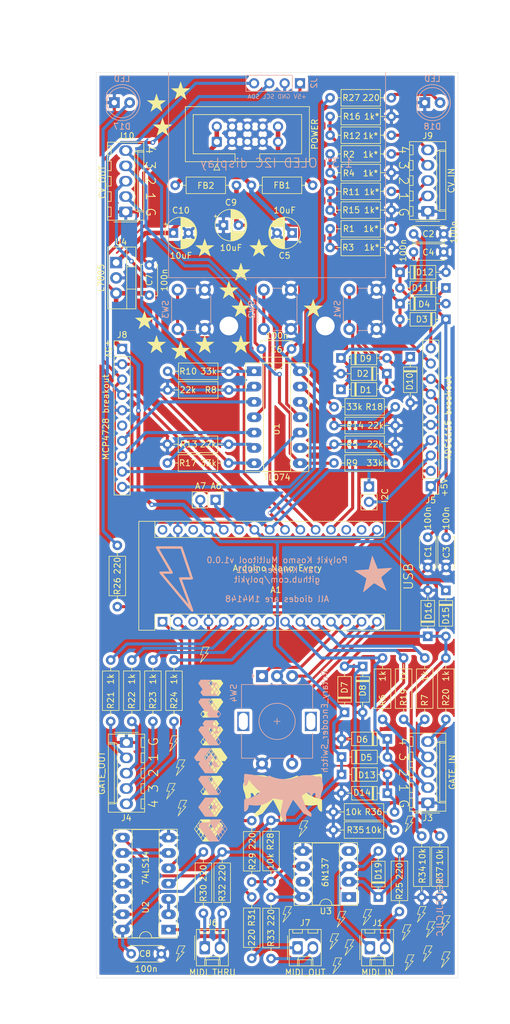
<source format=kicad_pcb>
(kicad_pcb (version 20171130) (host pcbnew 5.1.10-88a1d61d58~88~ubuntu20.10.1)
  (title_block (title "Polykit Kosmo Multitool") (date 2021-05-15) (rev v1.0.0) (company "Jan Knipper") (comment 1 github.com/polykit))
  (layers (0 F.Cu signal) (31 B.Cu signal) (34 B.Paste user) (35 F.Paste user) (36 B.SilkS user) (37 F.SilkS user) (38 B.Mask user) (39 F.Mask user) (44 Edge.Cuts user))
  (net 0 "")
  (net 1 D12)
  (net 2 "Net-(A1-Pad30)")
  (net 3 D11)
  (net 4 GND)
  (net 5 D10)
  (net 6 "Net-(A1-Pad28)")
  (net 7 D9)
  (net 8 +5V)
  (net 9 D8)
  (net 10 LED0)
  (net 11 D7)
  (net 12 LED1)
  (net 13 D6)
  (net 14 SCL)
  (net 15 D5)
  (net 16 SDA)
  (net 17 D4)
  (net 18 D3)
  (net 19 SW0)
  (net 20 D2)
  (net 21 SW1)
  (net 22 SW2)
  (net 23 "Net-(A1-Pad3)")
  (net 24 "Net-(A1-Pad18)")
  (net 25 RX)
  (net 26 "Net-(A1-Pad17)")
  (net 27 TX)
  (net 28 AIN0)
  (net 29 AIN2)
  (net 30 AIN1)
  (net 31 AIN3)
  (net 32 +12V)
  (net 33 -12V)
  (net 34 "Net-(D17-Pad2)")
  (net 35 "Net-(D18-Pad2)")
  (net 36 "Net-(D19-Pad2)")
  (net 37 "Net-(D19-Pad1)")
  (net 38 "Net-(J1-Pad2)")
  (net 39 GATE_IN3)
  (net 40 GATE_IN2)
  (net 41 GATE_IN1)
  (net 42 GATE_IN0)
  (net 43 GATE_OUT3)
  (net 44 GATE_OUT2)
  (net 45 GATE_OUT1)
  (net 46 GATE_OUT0)
  (net 47 "Net-(J5-Pad6)")
  (net 48 "Net-(J6-Pad2)")
  (net 49 "Net-(J6-Pad1)")
  (net 50 "Net-(J7-Pad2)")
  (net 51 "Net-(J7-Pad1)")
  (net 52 VOUTD)
  (net 53 VOUTC)
  (net 54 VOUTB)
  (net 55 VOUTA)
  (net 56 "Net-(J8-Pad6)")
  (net 57 CV_IN2)
  (net 58 CV_IN3)
  (net 59 CV_IN1)
  (net 60 CV_IN0)
  (net 61 CV_OUT3)
  (net 62 CV_OUT2)
  (net 63 CV_OUT1)
  (net 64 CV_OUT0)
  (net 65 "Net-(R5-Pad1)")
  (net 66 "Net-(R10-Pad1)")
  (net 67 "Net-(R13-Pad1)")
  (net 68 "Net-(R14-Pad1)")
  (net 69 "Net-(R28-Pad2)")
  (net 70 "Net-(R30-Pad1)")
  (net 71 "Net-(R31-Pad1)")
  (net 72 "Net-(U2-Pad6)")
  (net 73 "Net-(U2-Pad12)")
  (net 74 "Net-(U2-Pad10)")
  (net 75 "Net-(U2-Pad2)")
  (net 76 "Net-(U3-Pad1)")
  (net 77 "Net-(FB1-Pad1)")
  (net 78 "Net-(FB2-Pad1)")
  (net 79 "Net-(U3-Pad7)")
  (net 80 A7)
  (net 81 A6)
  (module Resistor_THT:R_Axial_DIN0207_L6.3mm_D2.5mm_P10.16mm_Horizontal (layer F.Cu) (at 127 161.5 270)
    (fp_text reference R37 (at 6.5 0 90) (layer F.SilkS))
    (fp_text value 10k (at 3.5 0 90) (layer F.SilkS))
    (pad 2 thru_hole oval (at 10.16 0 270) (size 1.6 1.6) (drill 0.8) (layers *.Cu *.Mask) (net 4 GND))
    (pad 1 thru_hole circle (at 0 0 270) (size 1.6 1.6) (drill 0.8) (layers *.Cu *.Mask) (net 7 D9))
  )
  (module Resistor_THT:R_Axial_DIN0207_L6.3mm_D2.5mm_P10.16mm_Horizontal (layer F.Cu) (at 119.5 157.5 180)
    (fp_text reference R36 (at 3.5 0) (layer F.SilkS))
    (fp_text value 10k (at 6.8 0) (layer F.SilkS))
    (pad 2 thru_hole oval (at 10.16 0 180) (size 1.6 1.6) (drill 0.8) (layers *.Cu *.Mask) (net 4 GND))
    (pad 1 thru_hole circle (at 0 0 180) (size 1.6 1.6) (drill 0.8) (layers *.Cu *.Mask) (net 11 D7))
  )
  (module Resistor_THT:R_Axial_DIN0207_L6.3mm_D2.5mm_P10.16mm_Horizontal (layer F.Cu) (at 119.5 160.5 180)
    (fp_text reference R35 (at 6.5 0) (layer F.SilkS))
    (fp_text value 10k (at 3.5 0) (layer F.SilkS))
    (pad 2 thru_hole oval (at 10.16 0 180) (size 1.6 1.6) (drill 0.8) (layers *.Cu *.Mask) (net 4 GND))
    (pad 1 thru_hole circle (at 0 0 180) (size 1.6 1.6) (drill 0.8) (layers *.Cu *.Mask) (net 9 D8))
  )
  (module Resistor_THT:R_Axial_DIN0207_L6.3mm_D2.5mm_P10.16mm_Horizontal (layer F.Cu) (at 124 161.5 270)
    (fp_text reference R34 (at 6.4 -0.1 90) (layer F.SilkS))
    (fp_text value 10k (at 3.4 -0.1 90) (layer F.SilkS))
    (pad 2 thru_hole oval (at 10.16 0 270) (size 1.6 1.6) (drill 0.8) (layers *.Cu *.Mask) (net 4 GND))
    (pad 1 thru_hole circle (at 0 0 270) (size 1.6 1.6) (drill 0.8) (layers *.Cu *.Mask) (net 13 D6))
  )
  (module Package_DIP:DIP-14_W7.62mm_Socket_LongPads (layer F.Cu) (at 82 177 180)
    (fp_text reference U2 (at 3.8 3.7 90) (layer F.SilkS))
    (fp_text value 74LS14 (at 3.8 10.2 90) (layer F.SilkS))
    (pad 14 thru_hole oval (at 7.62 0 180) (size 2.4 1.6) (drill 0.8) (layers *.Cu *.Mask) (net 8 +5V))
    (pad 7 thru_hole oval (at 0 15.24 180) (size 2.4 1.6) (drill 0.8) (layers *.Cu *.Mask) (net 4 GND))
    (pad 13 thru_hole oval (at 7.62 2.54 180) (size 2.4 1.6) (drill 0.8) (layers *.Cu *.Mask) (net 4 GND))
    (pad 6 thru_hole oval (at 0 12.7 180) (size 2.4 1.6) (drill 0.8) (layers *.Cu *.Mask) (net 72 "Net-(U2-Pad6)"))
    (pad 12 thru_hole oval (at 7.62 5.08 180) (size 2.4 1.6) (drill 0.8) (layers *.Cu *.Mask) (net 73 "Net-(U2-Pad12)"))
    (pad 5 thru_hole oval (at 0 10.16 180) (size 2.4 1.6) (drill 0.8) (layers *.Cu *.Mask) (net 27 TX))
    (pad 11 thru_hole oval (at 7.62 7.62 180) (size 2.4 1.6) (drill 0.8) (layers *.Cu *.Mask) (net 4 GND))
    (pad 4 thru_hole oval (at 0 7.62 180) (size 2.4 1.6) (drill 0.8) (layers *.Cu *.Mask) (net 70 "Net-(R30-Pad1)"))
    (pad 10 thru_hole oval (at 7.62 10.16 180) (size 2.4 1.6) (drill 0.8) (layers *.Cu *.Mask) (net 74 "Net-(U2-Pad10)"))
    (pad 3 thru_hole oval (at 0 5.08 180) (size 2.4 1.6) (drill 0.8) (layers *.Cu *.Mask) (net 75 "Net-(U2-Pad2)"))
    (pad 9 thru_hole oval (at 7.62 12.7 180) (size 2.4 1.6) (drill 0.8) (layers *.Cu *.Mask) (net 72 "Net-(U2-Pad6)"))
    (pad 2 thru_hole oval (at 0 2.54 180) (size 2.4 1.6) (drill 0.8) (layers *.Cu *.Mask) (net 75 "Net-(U2-Pad2)"))
    (pad 8 thru_hole oval (at 7.62 15.24 180) (size 2.4 1.6) (drill 0.8) (layers *.Cu *.Mask) (net 71 "Net-(R31-Pad1)"))
    (pad 1 thru_hole rect (at 0 0 180) (size 2.4 1.6) (drill 0.8) (layers *.Cu *.Mask) (net 69 "Net-(R28-Pad2)"))
  )
  (module Connector_PinHeader_2.54mm:PinHeader_1x02_P2.54mm_Vertical (layer F.Cu) (at 89.8 105.8 270)
    (fp_text reference J12 hide)
    (fp_text value "A7 A6" (at -2.3 1.2 180) (layer F.SilkS))
    (pad 2 thru_hole oval (at 0 2.54 270) (size 1.7 1.7) (drill 1) (layers *.Cu *.Mask) (net 80 A7))
    (pad 1 thru_hole rect (at 0 0 270) (size 1.7 1.7) (drill 1) (layers *.Cu *.Mask) (net 81 A6))
  )
  (module Polykit:star-silk-tiny (layer F.Cu) (at 81 44)
    (fp_text reference G*** hide)
    (fp_text value LOGO hide)
  )
  (module Polykit:star-silk-tiny (layer F.Cu) (at 80 40)
    (fp_text reference G*** hide)
    (fp_text value LOGO hide)
  )
  (module Polykit:star-silk-tiny (layer F.Cu) (at 84 38)
    (fp_text reference G*** hide)
    (fp_text value LOGO hide)
  )
  (module Polykit:star-silk-tiny (layer F.Cu) (at 97 64)
    (fp_text reference G*** hide)
    (fp_text value LOGO hide)
  )
  (module Polykit:star-silk-tiny (layer F.Cu) (at 88 64)
    (fp_text reference G*** hide)
    (fp_text value LOGO hide)
  )
  (module Polykit:star-silk-tiny (layer F.Cu) (at 78 76)
    (fp_text reference G*** hide)
    (fp_text value LOGO hide)
  )
  (module Polykit:star-silk-tiny (layer F.Cu) (at 80 80)
    (fp_text reference G*** hide)
    (fp_text value LOGO hide)
  )
  (module Polykit:star-silk-tiny (layer F.Cu) (at 84 81)
    (fp_text reference G*** hide)
    (fp_text value LOGO hide)
  )
  (module Polykit:star-silk-tiny (layer F.Cu) (at 88 80)
    (fp_text reference G*** hide)
    (fp_text value LOGO hide)
  )
  (module Polykit:star-silk-tiny (layer F.Cu) (at 94 80)
    (fp_text reference G*** hide)
    (fp_text value LOGO hide)
  )
  (module Polykit:star-silk-tiny (layer F.Cu) (at 106 74)
    (fp_text reference G*** hide)
    (fp_text value LOGO hide)
  )
  (module Polykit:star-silk-tiny (layer F.Cu) (at 94 74)
    (fp_text reference G*** hide)
    (fp_text value LOGO hide)
  )
  (module Polykit:star-silk-tiny (layer F.Cu) (at 92 71)
    (fp_text reference G*** hide)
    (fp_text value LOGO hide)
  )
  (module Polykit:star-silk-tiny (layer F.Cu) (at 94 68)
    (fp_text reference G*** hide)
    (fp_text value LOGO hide)
  )
  (module Polykit:blitz-silk-supertiny (layer F.Cu) (at 109.5 179)
    (fp_text reference G*** hide)
    (fp_text value LOGO hide)
  )
  (module Polykit:blitz-silk-supertiny (layer F.Cu) (at 112 180)
    (fp_text reference G*** hide)
    (fp_text value LOGO hide)
  )
  (module Polykit:blitz-silk-supertiny (layer F.Cu) (at 110 183)
    (fp_text reference G*** hide)
    (fp_text value LOGO hide)
  )
  (module Polykit:blitz-silk-supertiny (layer F.Cu) (at 84.3 156.9)
    (fp_text reference G*** hide)
    (fp_text value LOGO hide)
  )
  (module Polykit:blitz-silk-supertiny (layer F.Cu) (at 88 131.5)
    (fp_text reference G*** hide)
    (fp_text value LOGO hide)
  )
  (module Polykit:blitz-silk-supertiny (layer F.Cu) (at 104.4 160.3)
    (fp_text reference G*** hide)
    (fp_text value LOGO hide)
  )
  (module Polykit:blitz-silk-supertiny (layer F.Cu) (at 84 181)
    (fp_text reference G*** hide)
    (fp_text value LOGO hide)
  )
  (module Polykit:blitz-silk-supertiny (layer F.Cu) (at 82.4 154.1)
    (fp_text reference G*** hide)
    (fp_text value LOGO hide)
  )
  (module Polykit:blitz-silk-supertiny (layer F.Cu) (at 115 175)
    (fp_text reference G*** hide)
    (fp_text value LOGO hide)
  )
  (module Polykit:blitz-silk-supertiny (layer F.Cu) (at 121.5 177.5)
    (fp_text reference G*** hide)
    (fp_text value LOGO hide)
  )
  (module Polykit:blitz-silk-supertiny (layer F.Cu) (at 128 182)
    (fp_text reference G*** hide)
    (fp_text value LOGO hide)
  )
  (module Polykit:blitz-silk-supertiny (layer F.Cu) (at 122 182.5)
    (fp_text reference G*** hide)
    (fp_text value LOGO hide)
  )
  (module Polykit:blitz-silk-supertiny (layer F.Cu) (at 125 181)
    (fp_text reference G*** hide)
    (fp_text value LOGO hide)
  )
  (module Polykit:blitz-silk-supertiny (layer F.Cu) (at 125.5 177)
    (fp_text reference G*** hide)
    (fp_text value LOGO hide)
  )
  (module Polykit:blitz-silk-supertiny (layer F.Cu) (at 128 176)
    (fp_text reference G*** hide)
    (fp_text value LOGO hide)
  )
  (module Polykit:blitz-silk-supertiny (layer F.Cu) (at 124 174.5)
    (fp_text reference G*** hide)
    (fp_text value LOGO hide)
  )
  (module Polykit:blitz-silk-supertiny (layer F.Cu) (at 122 159.5)
    (fp_text reference G*** hide)
    (fp_text value LOGO hide)
  )
  (module Polykit:blitz-silk-supertiny (layer F.Cu) (at 101.7 174.5)
    (fp_text reference G*** hide)
    (fp_text value LOGO hide)
  )
  (module Polykit:blitz-silk-supertiny (layer F.Cu) (at 110.7 175.3)
    (fp_text reference G*** hide)
    (fp_text value LOGO hide)
  )
  (module Polykit:blitz-silk-supertiny (layer F.Cu) (at 84 150.2)
    (fp_text reference G*** hide)
    (fp_text value LOGO hide)
  )
  (module Polykit:blitz-silk-supertiny (layer F.Cu) (at 82.9 146.2)
    (fp_text reference G*** hide)
    (fp_text value LOGO hide)
  )
  (module Polykit:logo-silk-2.5cm (layer F.Cu) (at 89 149 90)
    (fp_text reference G*** hide)
    (fp_text value LOGO hide)
  )
  (module Polykit:bär (layer F.Cu) (at 101 155 90)
    (fp_text reference G*** hide)
    (fp_text value LOGO hide)
  )
  (module Polykit:star-silk (layer B.Cu) (at 116 118 184)
    (fp_text reference G*** hide)
    (fp_text value LOGO hide)
  )
  (module Polykit:blitz-silk-small (layer B.Cu) (at 83 119 180)
    (fp_text reference G*** hide)
    (fp_text value LOGO hide)
  )
  (module Polykit:logo-silk-2.5cm (layer B.Cu) (at 89 149 90)
    (fp_text reference G*** hide)
    (fp_text value LOGO hide)
  )
  (module Polykit:bär (layer B.Cu) (at 101 155 90)
    (fp_text reference G*** hide)
    (fp_text value LOGO hide)
  )
  (module Connector_PinHeader_2.54mm:PinHeader_1x02_P2.54mm_Vertical (layer F.Cu) (at 115.25 103.6)
    (fp_text reference J11 hide)
    (fp_text value I2C (at 2.65 1.5 90) (layer F.SilkS))
    (pad 2 thru_hole oval (at 0 2.54) (size 1.7 1.7) (drill 1) (layers *.Cu *.Mask) (net 14 SCL))
    (pad 1 thru_hole rect (at 0 0) (size 1.7 1.7) (drill 1) (layers *.Cu *.Mask) (net 16 SDA))
  )
  (module Resistor_THT:R_Axial_DIN0207_L6.3mm_D2.5mm_P10.16mm_Horizontal (layer F.Cu) (at 109.449681 93.491142)
    (fp_text reference R14 (at 3.5 0) (layer F.SilkS))
    (fp_text value 22k (at 6.9 0) (layer F.SilkS))
    (pad 2 thru_hole oval (at 10.16 0) (size 1.6 1.6) (drill 0.8) (layers *.Cu *.Mask) (net 4 GND))
    (pad 1 thru_hole circle (at 0 0) (size 1.6 1.6) (drill 0.8) (layers *.Cu *.Mask) (net 68 "Net-(R14-Pad1)"))
  )
  (module Resistor_THT:R_Axial_DIN0207_L6.3mm_D2.5mm_P10.16mm_Horizontal (layer F.Cu) (at 83.1 53.7)
    (fp_text reference FB2 (at 5.08 0.05) (layer F.SilkS))
    (fp_text value Ferrite_Bead hide)
    (pad 2 thru_hole oval (at 10.16 0) (size 1.6 1.6) (drill 0.8) (layers *.Cu *.Mask) (net 33 -12V))
    (pad 1 thru_hole circle (at 0 0) (size 1.6 1.6) (drill 0.8) (layers *.Cu *.Mask) (net 78 "Net-(FB2-Pad1)"))
  )
  (module Resistor_THT:R_Axial_DIN0207_L6.3mm_D2.5mm_P10.16mm_Horizontal (layer F.Cu) (at 105.9 53.7 180)
    (fp_text reference FB1 (at 5.08 0) (layer F.SilkS))
    (fp_text value Ferrite_Bead hide)
    (pad 2 thru_hole oval (at 10.16 0 180) (size 1.6 1.6) (drill 0.8) (layers *.Cu *.Mask) (net 32 +12V))
    (pad 1 thru_hole circle (at 0 0 180) (size 1.6 1.6) (drill 0.8) (layers *.Cu *.Mask) (net 77 "Net-(FB1-Pad1)"))
  )
  (module Connector_IDC:IDC-Header_2x05_P2.54mm_Vertical (layer F.Cu) (at 90 46.5 90)
    (fp_text reference POWER1 hide)
    (fp_text value POWER (at 1.27 16.26 90) (layer F.SilkS))
    (pad 10 thru_hole circle (at 2.54 10.16 90) (size 1.7 1.7) (drill 1) (layers *.Cu *.Mask) (net 77 "Net-(FB1-Pad1)"))
    (pad 8 thru_hole circle (at 2.54 7.62 90) (size 1.7 1.7) (drill 1) (layers *.Cu *.Mask) (net 4 GND))
    (pad 6 thru_hole circle (at 2.54 5.08 90) (size 1.7 1.7) (drill 1) (layers *.Cu *.Mask) (net 4 GND))
    (pad 4 thru_hole circle (at 2.54 2.54 90) (size 1.7 1.7) (drill 1) (layers *.Cu *.Mask) (net 4 GND))
    (pad 2 thru_hole circle (at 2.54 0 90) (size 1.7 1.7) (drill 1) (layers *.Cu *.Mask) (net 78 "Net-(FB2-Pad1)"))
    (pad 9 thru_hole circle (at 0 10.16 90) (size 1.7 1.7) (drill 1) (layers *.Cu *.Mask) (net 77 "Net-(FB1-Pad1)"))
    (pad 7 thru_hole circle (at 0 7.62 90) (size 1.7 1.7) (drill 1) (layers *.Cu *.Mask) (net 4 GND))
    (pad 5 thru_hole circle (at 0 5.08 90) (size 1.7 1.7) (drill 1) (layers *.Cu *.Mask) (net 4 GND))
    (pad 3 thru_hole circle (at 0 2.54 90) (size 1.7 1.7) (drill 1) (layers *.Cu *.Mask) (net 4 GND))
    (pad 1 thru_hole roundrect (at 0 0 90) (size 1.7 1.7) (drill 1) (layers *.Cu *.Mask) (roundrect_rratio 0.1470588235294118) (net 78 "Net-(FB2-Pad1)"))
  )
  (module Capacitor_THT:CP_Radial_D5.0mm_P2.50mm (layer F.Cu) (at 82.8 61.6)
    (fp_text reference C10 (at 1.25 -3.75) (layer F.SilkS))
    (fp_text value 10uF (at 1.25 3.75) (layer F.SilkS))
    (pad 2 thru_hole circle (at 2.5 0) (size 1.6 1.6) (drill 0.8) (layers *.Cu *.Mask) (net 4 GND))
    (pad 1 thru_hole rect (at 0 0) (size 1.6 1.6) (drill 0.8) (layers *.Cu *.Mask) (net 32 +12V))
  )
  (module Capacitor_THT:CP_Radial_D5.0mm_P2.50mm (layer F.Cu) (at 91.1 60.3)
    (fp_text reference C9 (at 1.25 -3.75) (layer F.SilkS))
    (fp_text value 10uF (at 1.25 3.75) (layer F.SilkS))
    (pad 2 thru_hole circle (at 2.5 0) (size 1.6 1.6) (drill 0.8) (layers *.Cu *.Mask) (net 33 -12V))
    (pad 1 thru_hole rect (at 0 0) (size 1.6 1.6) (drill 0.8) (layers *.Cu *.Mask) (net 4 GND))
  )
  (module Package_TO_SOT_THT:TO-220-3_Vertical (layer F.Cu) (at 73.3 66.5 270)
    (fp_text reference U4 (at -3.4 -0.8 180) (layer F.SilkS))
    (fp_text value L7805 (at 2.54 2.5 90) (layer F.SilkS))
    (pad 3 thru_hole oval (at 5.08 0 270) (size 1.905 2) (drill 1.1) (layers *.Cu *.Mask) (net 8 +5V))
    (pad 2 thru_hole oval (at 2.54 0 270) (size 1.905 2) (drill 1.1) (layers *.Cu *.Mask) (net 4 GND))
    (pad 1 thru_hole rect (at 0 0 270) (size 1.905 2) (drill 1.1) (layers *.Cu *.Mask) (net 32 +12V))
  )
  (module Package_DIP:DIP-8_W7.62mm_Socket_LongPads (layer F.Cu) (at 111.9 171.6 180)
    (fp_text reference U3 (at 3.81 -2.33) (layer F.SilkS))
    (fp_text value 6N137 (at 3.9 4.1 90) (layer F.SilkS))
    (pad 8 thru_hole oval (at 7.62 0 180) (size 2.4 1.6) (drill 0.8) (layers *.Cu *.Mask) (net 8 +5V))
    (pad 4 thru_hole oval (at 0 7.62 180) (size 2.4 1.6) (drill 0.8) (layers *.Cu *.Mask))
    (pad 7 thru_hole oval (at 7.62 2.54 180) (size 2.4 1.6) (drill 0.8) (layers *.Cu *.Mask) (net 79 "Net-(U3-Pad7)"))
    (pad 3 thru_hole oval (at 0 5.08 180) (size 2.4 1.6) (drill 0.8) (layers *.Cu *.Mask) (net 36 "Net-(D19-Pad2)"))
    (pad 6 thru_hole oval (at 7.62 5.08 180) (size 2.4 1.6) (drill 0.8) (layers *.Cu *.Mask) (net 69 "Net-(R28-Pad2)"))
    (pad 2 thru_hole oval (at 0 2.54 180) (size 2.4 1.6) (drill 0.8) (layers *.Cu *.Mask) (net 37 "Net-(D19-Pad1)"))
    (pad 5 thru_hole oval (at 7.62 7.62 180) (size 2.4 1.6) (drill 0.8) (layers *.Cu *.Mask) (net 4 GND))
    (pad 1 thru_hole rect (at 0 0 180) (size 2.4 1.6) (drill 0.8) (layers *.Cu *.Mask) (net 76 "Net-(U3-Pad1)"))
  )
  (module Package_DIP:DIP-14_W7.62mm_Socket_LongPads (layer F.Cu) (at 96.2 84.5)
    (fp_text reference U1 (at 3.7 9.6 90) (layer F.SilkS))
    (fp_text value TL074 (at 3.81 17.57) (layer F.SilkS))
    (pad 14 thru_hole oval (at 7.62 0) (size 2.4 1.6) (drill 0.8) (layers *.Cu *.Mask) (net 61 CV_OUT3))
    (pad 7 thru_hole oval (at 0 15.24) (size 2.4 1.6) (drill 0.8) (layers *.Cu *.Mask) (net 63 CV_OUT1))
    (pad 13 thru_hole oval (at 7.62 2.54) (size 2.4 1.6) (drill 0.8) (layers *.Cu *.Mask) (net 68 "Net-(R14-Pad1)"))
    (pad 6 thru_hole oval (at 0 12.7) (size 2.4 1.6) (drill 0.8) (layers *.Cu *.Mask) (net 67 "Net-(R13-Pad1)"))
    (pad 12 thru_hole oval (at 7.62 5.08) (size 2.4 1.6) (drill 0.8) (layers *.Cu *.Mask) (net 52 VOUTD))
    (pad 5 thru_hole oval (at 0 10.16) (size 2.4 1.6) (drill 0.8) (layers *.Cu *.Mask) (net 54 VOUTB))
    (pad 11 thru_hole oval (at 7.62 7.62) (size 2.4 1.6) (drill 0.8) (layers *.Cu *.Mask) (net 33 -12V))
    (pad 4 thru_hole oval (at 0 7.62) (size 2.4 1.6) (drill 0.8) (layers *.Cu *.Mask) (net 32 +12V))
    (pad 10 thru_hole oval (at 7.62 10.16) (size 2.4 1.6) (drill 0.8) (layers *.Cu *.Mask) (net 53 VOUTC))
    (pad 3 thru_hole oval (at 0 5.08) (size 2.4 1.6) (drill 0.8) (layers *.Cu *.Mask) (net 55 VOUTA))
    (pad 9 thru_hole oval (at 7.62 12.7) (size 2.4 1.6) (drill 0.8) (layers *.Cu *.Mask) (net 65 "Net-(R5-Pad1)"))
    (pad 2 thru_hole oval (at 0 2.54) (size 2.4 1.6) (drill 0.8) (layers *.Cu *.Mask) (net 66 "Net-(R10-Pad1)"))
    (pad 8 thru_hole oval (at 7.62 15.24) (size 2.4 1.6) (drill 0.8) (layers *.Cu *.Mask) (net 62 CV_OUT2))
    (pad 1 thru_hole rect (at 0 0) (size 2.4 1.6) (drill 0.8) (layers *.Cu *.Mask) (net 64 CV_OUT0))
  )
  (module Rotary_Encoder:RotaryEncoder_Alps_EC11E-Switch_Vertical_H20mm (layer B.Cu) (at 97.5 135 270)
    (fp_text reference SW4 (at 2.8 4.7 270) (layer B.SilkS) (effects (justify mirror)))
    (fp_text value Rotary_Encoder_Switch (at 7.5 -10.4 270) (layer B.SilkS) (effects (justify mirror)))
    (pad A thru_hole rect (at 0 0 270) (size 2 2) (drill 1) (layers *.Cu *.Mask) (net 5 D10))
    (pad C thru_hole circle (at 0 -2.5 270) (size 2 2) (drill 1) (layers *.Cu *.Mask) (net 4 GND))
    (pad B thru_hole circle (at 0 -5 270) (size 2 2) (drill 1) (layers *.Cu *.Mask) (net 3 D11))
    (pad MP thru_hole rect (at 7.5 3.1 270) (size 3.2 2) (drill oval 2.8 1.5) (layers *.Cu *.Mask))
    (pad MP thru_hole rect (at 7.5 -8.1 270) (size 3.2 2) (drill oval 2.8 1.5) (layers *.Cu *.Mask))
    (pad S2 thru_hole circle (at 14.5 0 270) (size 2 2) (drill 1) (layers *.Cu *.Mask) (net 4 GND))
    (pad S1 thru_hole circle (at 14.5 -5 270) (size 2 2) (drill 1) (layers *.Cu *.Mask) (net 1 D12))
  )
  (module Button_Switch_THT:SW_PUSH_6mm_H13mm (layer B.Cu) (at 83.5 71 270)
    (fp_text reference SW3 (at 3.25 2 270) (layer B.SilkS) (effects (justify mirror)))
    (fp_text value SW_Push)
    (pad 1 thru_hole circle (at 6.5 0 180) (size 2 2) (drill 1.1) (layers *.Cu *.Mask) (net 22 SW2))
    (pad 2 thru_hole circle (at 6.5 -4.5 180) (size 2 2) (drill 1.1) (layers *.Cu *.Mask) (net 4 GND))
    (pad 1 thru_hole circle (at 0 0 180) (size 2 2) (drill 1.1) (layers *.Cu *.Mask) (net 22 SW2))
    (pad 2 thru_hole circle (at 0 -4.5 180) (size 2 2) (drill 1.1) (layers *.Cu *.Mask) (net 4 GND))
  )
  (module Button_Switch_THT:SW_PUSH_6mm_H13mm (layer B.Cu) (at 97.8 71 270)
    (fp_text reference SW2 (at 3.25 2 270) (layer B.SilkS) (effects (justify mirror)))
    (fp_text value SW_Push)
    (pad 1 thru_hole circle (at 6.5 0 180) (size 2 2) (drill 1.1) (layers *.Cu *.Mask) (net 21 SW1))
    (pad 2 thru_hole circle (at 6.5 -4.5 180) (size 2 2) (drill 1.1) (layers *.Cu *.Mask) (net 4 GND))
    (pad 1 thru_hole circle (at 0 0 180) (size 2 2) (drill 1.1) (layers *.Cu *.Mask) (net 21 SW1))
    (pad 2 thru_hole circle (at 0 -4.5 180) (size 2 2) (drill 1.1) (layers *.Cu *.Mask) (net 4 GND))
  )
  (module Button_Switch_THT:SW_PUSH_6mm_H13mm (layer B.Cu) (at 112 71 270)
    (fp_text reference SW1 (at 3.25 2 270) (layer B.SilkS) (effects (justify mirror)))
    (fp_text value SW_Push)
    (pad 1 thru_hole circle (at 6.5 0 180) (size 2 2) (drill 1.1) (layers *.Cu *.Mask) (net 19 SW0))
    (pad 2 thru_hole circle (at 6.5 -4.5 180) (size 2 2) (drill 1.1) (layers *.Cu *.Mask) (net 4 GND))
    (pad 1 thru_hole circle (at 0 0 180) (size 2 2) (drill 1.1) (layers *.Cu *.Mask) (net 19 SW0))
    (pad 2 thru_hole circle (at 0 -4.5 180) (size 2 2) (drill 1.1) (layers *.Cu *.Mask) (net 4 GND))
  )
  (module Resistor_THT:R_Axial_DIN0207_L6.3mm_D2.5mm_P10.16mm_Horizontal (layer F.Cu) (at 99 181.8 90)
    (fp_text reference R33 (at 3.4 0 90) (layer F.SilkS))
    (fp_text value 220 (at 6.8 0 90) (layer F.SilkS))
    (pad 2 thru_hole oval (at 10.16 0 90) (size 1.6 1.6) (drill 0.8) (layers *.Cu *.Mask) (net 8 +5V))
    (pad 1 thru_hole circle (at 0 0 90) (size 1.6 1.6) (drill 0.8) (layers *.Cu *.Mask) (net 50 "Net-(J7-Pad2)"))
  )
  (module Resistor_THT:R_Axial_DIN0207_L6.3mm_D2.5mm_P10.16mm_Horizontal (layer F.Cu) (at 90.9 174.3 90)
    (fp_text reference R32 (at 3.4 0 90) (layer F.SilkS))
    (fp_text value 220 (at 6.7 0 90) (layer F.SilkS))
    (pad 2 thru_hole oval (at 10.16 0 90) (size 1.6 1.6) (drill 0.8) (layers *.Cu *.Mask) (net 8 +5V))
    (pad 1 thru_hole circle (at 0 0 90) (size 1.6 1.6) (drill 0.8) (layers *.Cu *.Mask) (net 48 "Net-(J6-Pad2)"))
  )
  (module Resistor_THT:R_Axial_DIN0207_L6.3mm_D2.5mm_P10.16mm_Horizontal (layer F.Cu) (at 95.8 171.6 270)
    (fp_text reference R31 (at 3.4 0 90) (layer F.SilkS))
    (fp_text value 220 (at 6.7 0 90) (layer F.SilkS))
    (pad 2 thru_hole oval (at 10.16 0 270) (size 1.6 1.6) (drill 0.8) (layers *.Cu *.Mask) (net 51 "Net-(J7-Pad1)"))
    (pad 1 thru_hole circle (at 0 0 270) (size 1.6 1.6) (drill 0.8) (layers *.Cu *.Mask) (net 71 "Net-(R31-Pad1)"))
  )
  (module Resistor_THT:R_Axial_DIN0207_L6.3mm_D2.5mm_P10.16mm_Horizontal (layer F.Cu) (at 87.779735 164.132949 270)
    (fp_text reference R30 (at 6.8 0 90) (layer F.SilkS))
    (fp_text value 220 (at 3.5 0 90) (layer F.SilkS))
    (pad 2 thru_hole oval (at 10.16 0 270) (size 1.6 1.6) (drill 0.8) (layers *.Cu *.Mask) (net 49 "Net-(J6-Pad1)"))
    (pad 1 thru_hole circle (at 0 0 270) (size 1.6 1.6) (drill 0.8) (layers *.Cu *.Mask) (net 70 "Net-(R30-Pad1)"))
  )
  (module Resistor_THT:R_Axial_DIN0207_L6.3mm_D2.5mm_P10.16mm_Horizontal (layer F.Cu) (at 95.8 169.1 90)
    (fp_text reference R29 (at 3.4 0.1 90) (layer F.SilkS))
    (fp_text value 220 (at 6.8 0.1 90) (layer F.SilkS))
    (pad 2 thru_hole oval (at 10.16 0 90) (size 1.6 1.6) (drill 0.8) (layers *.Cu *.Mask) (net 25 RX))
    (pad 1 thru_hole circle (at 0 0 90) (size 1.6 1.6) (drill 0.8) (layers *.Cu *.Mask) (net 69 "Net-(R28-Pad2)"))
  )
  (module Resistor_THT:R_Axial_DIN0207_L6.3mm_D2.5mm_P10.16mm_Horizontal (layer F.Cu) (at 99 158.9 270)
    (fp_text reference R28 (at 3.5 0.1 90) (layer F.SilkS))
    (fp_text value 10k (at 6.8 0.1 90) (layer F.SilkS))
    (pad 2 thru_hole oval (at 10.16 0 270) (size 1.6 1.6) (drill 0.8) (layers *.Cu *.Mask) (net 69 "Net-(R28-Pad2)"))
    (pad 1 thru_hole circle (at 0 0 270) (size 1.6 1.6) (drill 0.8) (layers *.Cu *.Mask) (net 8 +5V))
  )
  (module Resistor_THT:R_Axial_DIN0207_L6.3mm_D2.5mm_P10.16mm_Horizontal (layer F.Cu) (at 108.8 39.2)
    (fp_text reference R27 (at 3.5 0) (layer F.SilkS))
    (fp_text value 220 (at 6.8 0) (layer F.SilkS))
    (pad 2 thru_hole oval (at 10.16 0) (size 1.6 1.6) (drill 0.8) (layers *.Cu *.Mask) (net 35 "Net-(D18-Pad2)"))
    (pad 1 thru_hole circle (at 0 0) (size 1.6 1.6) (drill 0.8) (layers *.Cu *.Mask) (net 12 LED1))
  )
  (module Resistor_THT:R_Axial_DIN0207_L6.3mm_D2.5mm_P10.16mm_Horizontal (layer F.Cu) (at 73.5 123.5 90)
    (fp_text reference R26 (at 3.4 0 90) (layer F.SilkS))
    (fp_text value 220 (at 6.8 0 90) (layer F.SilkS))
    (pad 2 thru_hole oval (at 10.16 0 90) (size 1.6 1.6) (drill 0.8) (layers *.Cu *.Mask) (net 34 "Net-(D17-Pad2)"))
    (pad 1 thru_hole circle (at 0 0 90) (size 1.6 1.6) (drill 0.8) (layers *.Cu *.Mask) (net 10 LED0))
  )
  (module Resistor_THT:R_Axial_DIN0207_L6.3mm_D2.5mm_P10.16mm_Horizontal (layer F.Cu) (at 120.3 174 90)
    (fp_text reference R25 (at 3.4 0 90) (layer F.SilkS))
    (fp_text value 220 (at 6.7 0 90) (layer F.SilkS))
    (pad 2 thru_hole oval (at 10.16 0 90) (size 1.6 1.6) (drill 0.8) (layers *.Cu *.Mask) (net 37 "Net-(D19-Pad1)"))
    (pad 1 thru_hole circle (at 0 0 90) (size 1.6 1.6) (drill 0.8) (layers *.Cu *.Mask) (net 38 "Net-(J1-Pad2)"))
  )
  (module Resistor_THT:R_Axial_DIN0207_L6.3mm_D2.5mm_P10.16mm_Horizontal (layer F.Cu) (at 82.9 142.5 90)
    (fp_text reference R24 (at 3.5 0 90) (layer F.SilkS))
    (fp_text value 1k (at 7 0 90) (layer F.SilkS))
    (pad 2 thru_hole oval (at 10.16 0 90) (size 1.6 1.6) (drill 0.8) (layers *.Cu *.Mask) (net 15 D5))
    (pad 1 thru_hole circle (at 0 0 90) (size 1.6 1.6) (drill 0.8) (layers *.Cu *.Mask) (net 43 GATE_OUT3))
  )
  (module Resistor_THT:R_Axial_DIN0207_L6.3mm_D2.5mm_P10.16mm_Horizontal (layer F.Cu) (at 79.4 142.5 90)
    (fp_text reference R23 (at 3.5 0 90) (layer F.SilkS))
    (fp_text value 1k (at 7 0 90) (layer F.SilkS))
    (pad 2 thru_hole oval (at 10.16 0 90) (size 1.6 1.6) (drill 0.8) (layers *.Cu *.Mask) (net 17 D4))
    (pad 1 thru_hole circle (at 0 0 90) (size 1.6 1.6) (drill 0.8) (layers *.Cu *.Mask) (net 44 GATE_OUT2))
  )
  (module Resistor_THT:R_Axial_DIN0207_L6.3mm_D2.5mm_P10.16mm_Horizontal (layer F.Cu) (at 75.9 142.5 90)
    (fp_text reference R22 (at 3.5 0 90) (layer F.SilkS))
    (fp_text value 1k (at 7 0 90) (layer F.SilkS))
    (pad 2 thru_hole oval (at 10.16 0 90) (size 1.6 1.6) (drill 0.8) (layers *.Cu *.Mask) (net 18 D3))
    (pad 1 thru_hole circle (at 0 0 90) (size 1.6 1.6) (drill 0.8) (layers *.Cu *.Mask) (net 45 GATE_OUT1))
  )
  (module Resistor_THT:R_Axial_DIN0207_L6.3mm_D2.5mm_P10.16mm_Horizontal (layer F.Cu) (at 72.4 142.5 90)
    (fp_text reference R21 (at 3.5 0 90) (layer F.SilkS))
    (fp_text value 1k (at 7 0 90) (layer F.SilkS))
    (pad 2 thru_hole oval (at 10.16 0 90) (size 1.6 1.6) (drill 0.8) (layers *.Cu *.Mask) (net 20 D2))
    (pad 1 thru_hole circle (at 0 0 90) (size 1.6 1.6) (drill 0.8) (layers *.Cu *.Mask) (net 46 GATE_OUT0))
  )
  (module Resistor_THT:R_Axial_DIN0207_L6.3mm_D2.5mm_P10.16mm_Horizontal (layer F.Cu) (at 128 132 270)
    (fp_text reference R20 (at 6.5 0 90) (layer F.SilkS))
    (fp_text value 1k (at 3 0 90) (layer F.SilkS))
    (pad 2 thru_hole oval (at 10.16 0 270) (size 1.6 1.6) (drill 0.8) (layers *.Cu *.Mask) (net 39 GATE_IN3))
    (pad 1 thru_hole circle (at 0 0 270) (size 1.6 1.6) (drill 0.8) (layers *.Cu *.Mask) (net 7 D9))
  )
  (module Resistor_THT:R_Axial_DIN0207_L6.3mm_D2.5mm_P10.16mm_Horizontal (layer F.Cu) (at 121 132 270)
    (fp_text reference R19 (at 6.5 0 90) (layer F.SilkS))
    (fp_text value 1k (at 3 0 90) (layer F.SilkS))
    (pad 2 thru_hole oval (at 10.16 0 270) (size 1.6 1.6) (drill 0.8) (layers *.Cu *.Mask) (net 41 GATE_IN1))
    (pad 1 thru_hole circle (at 0 0 270) (size 1.6 1.6) (drill 0.8) (layers *.Cu *.Mask) (net 11 D7))
  )
  (module Resistor_THT:R_Axial_DIN0207_L6.3mm_D2.5mm_P10.16mm_Horizontal (layer F.Cu) (at 119.611509 90.397762 180)
    (fp_text reference R18 (at 3.5 0) (layer F.SilkS))
    (fp_text value 33k (at 6.8 0) (layer F.SilkS))
    (pad 2 thru_hole oval (at 10.16 0 180) (size 1.6 1.6) (drill 0.8) (layers *.Cu *.Mask) (net 61 CV_OUT3))
    (pad 1 thru_hole circle (at 0 0 180) (size 1.6 1.6) (drill 0.8) (layers *.Cu *.Mask) (net 68 "Net-(R14-Pad1)"))
  )
  (module Resistor_THT:R_Axial_DIN0207_L6.3mm_D2.5mm_P10.16mm_Horizontal (layer F.Cu) (at 81.8 99.7)
    (fp_text reference R17 (at 3.4 0) (layer F.SilkS))
    (fp_text value 33k (at 6.8 0) (layer F.SilkS))
    (pad 2 thru_hole oval (at 10.16 0) (size 1.6 1.6) (drill 0.8) (layers *.Cu *.Mask) (net 63 CV_OUT1))
    (pad 1 thru_hole circle (at 0 0) (size 1.6 1.6) (drill 0.8) (layers *.Cu *.Mask) (net 67 "Net-(R13-Pad1)"))
  )
  (module Resistor_THT:R_Axial_DIN0207_L6.3mm_D2.5mm_P10.16mm_Horizontal (layer F.Cu) (at 108.8 42.3)
    (fp_text reference R16 (at 3.6 0) (layer F.SilkS))
    (fp_text value 1k* (at 6.9 0) (layer F.SilkS))
    (pad 2 thru_hole oval (at 10.16 0) (size 1.6 1.6) (drill 0.8) (layers *.Cu *.Mask) (net 4 GND))
    (pad 1 thru_hole circle (at 0 0) (size 1.6 1.6) (drill 0.8) (layers *.Cu *.Mask) (net 31 AIN3))
  )
  (module Resistor_THT:R_Axial_DIN0207_L6.3mm_D2.5mm_P10.16mm_Horizontal (layer F.Cu) (at 108.8 57.8)
    (fp_text reference R15 (at 3.5 0) (layer F.SilkS))
    (fp_text value 1k* (at 6.9 0) (layer F.SilkS))
    (pad 2 thru_hole oval (at 10.16 0) (size 1.6 1.6) (drill 0.8) (layers *.Cu *.Mask) (net 4 GND))
    (pad 1 thru_hole circle (at 0 0) (size 1.6 1.6) (drill 0.8) (layers *.Cu *.Mask) (net 30 AIN1))
  )
  (module Resistor_THT:R_Axial_DIN0207_L6.3mm_D2.5mm_P10.16mm_Horizontal (layer F.Cu) (at 91.959272 96.594282 180)
    (fp_text reference R13 (at 6.6 0) (layer F.SilkS))
    (fp_text value 22k (at 3.4 0) (layer F.SilkS))
    (pad 2 thru_hole oval (at 10.16 0 180) (size 1.6 1.6) (drill 0.8) (layers *.Cu *.Mask) (net 4 GND))
    (pad 1 thru_hole circle (at 0 0 180) (size 1.6 1.6) (drill 0.8) (layers *.Cu *.Mask) (net 67 "Net-(R13-Pad1)"))
  )
  (module Resistor_THT:R_Axial_DIN0207_L6.3mm_D2.5mm_P10.16mm_Horizontal (layer F.Cu) (at 108.8 45.4)
    (fp_text reference R12 (at 3.6 0.1) (layer F.SilkS))
    (fp_text value 1k* (at 6.7 0.1) (layer F.SilkS))
    (pad 2 thru_hole oval (at 10.16 0) (size 1.6 1.6) (drill 0.8) (layers *.Cu *.Mask) (net 58 CV_IN3))
    (pad 1 thru_hole circle (at 0 0) (size 1.6 1.6) (drill 0.8) (layers *.Cu *.Mask) (net 31 AIN3))
  )
  (module Resistor_THT:R_Axial_DIN0207_L6.3mm_D2.5mm_P10.16mm_Horizontal (layer F.Cu) (at 108.8 54.7)
    (fp_text reference R11 (at 3.5 0.1) (layer F.SilkS))
    (fp_text value 1k* (at 6.9 0.1) (layer F.SilkS))
    (pad 2 thru_hole oval (at 10.16 0) (size 1.6 1.6) (drill 0.8) (layers *.Cu *.Mask) (net 59 CV_IN1))
    (pad 1 thru_hole circle (at 0 0) (size 1.6 1.6) (drill 0.8) (layers *.Cu *.Mask) (net 30 AIN1))
  )
  (module Resistor_THT:R_Axial_DIN0207_L6.3mm_D2.5mm_P10.16mm_Horizontal (layer F.Cu) (at 81.844263 84.509355)
    (fp_text reference R10 (at 3.4 0) (layer F.SilkS))
    (fp_text value 33k (at 6.8 0) (layer F.SilkS))
    (pad 2 thru_hole oval (at 10.16 0) (size 1.6 1.6) (drill 0.8) (layers *.Cu *.Mask) (net 64 CV_OUT0))
    (pad 1 thru_hole circle (at 0 0) (size 1.6 1.6) (drill 0.8) (layers *.Cu *.Mask) (net 66 "Net-(R10-Pad1)"))
  )
  (module Resistor_THT:R_Axial_DIN0207_L6.3mm_D2.5mm_P10.16mm_Horizontal (layer F.Cu) (at 119.6 99.7 180)
    (fp_text reference R9 (at 7.2 0) (layer F.SilkS))
    (fp_text value 33k (at 3.4 0) (layer F.SilkS))
    (pad 2 thru_hole oval (at 10.16 0 180) (size 1.6 1.6) (drill 0.8) (layers *.Cu *.Mask) (net 62 CV_OUT2))
    (pad 1 thru_hole circle (at 0 0 180) (size 1.6 1.6) (drill 0.8) (layers *.Cu *.Mask) (net 65 "Net-(R5-Pad1)"))
  )
  (module Resistor_THT:R_Axial_DIN0207_L6.3mm_D2.5mm_P10.16mm_Horizontal (layer F.Cu) (at 92 87.6 180)
    (fp_text reference R8 (at 3 0) (layer F.SilkS))
    (fp_text value 22k (at 6.8 0) (layer F.SilkS))
    (pad 2 thru_hole oval (at 10.16 0 180) (size 1.6 1.6) (drill 0.8) (layers *.Cu *.Mask) (net 4 GND))
    (pad 1 thru_hole circle (at 0 0 180) (size 1.6 1.6) (drill 0.8) (layers *.Cu *.Mask) (net 66 "Net-(R10-Pad1)"))
  )
  (module Resistor_THT:R_Axial_DIN0207_L6.3mm_D2.5mm_P10.16mm_Horizontal (layer F.Cu) (at 124.5 132 270)
    (fp_text reference R7 (at 7 0 90) (layer F.SilkS))
    (fp_text value 1k (at 3 0 90) (layer F.SilkS))
    (pad 2 thru_hole oval (at 10.16 0 270) (size 1.6 1.6) (drill 0.8) (layers *.Cu *.Mask) (net 40 GATE_IN2))
    (pad 1 thru_hole circle (at 0 0 270) (size 1.6 1.6) (drill 0.8) (layers *.Cu *.Mask) (net 9 D8))
  )
  (module Resistor_THT:R_Axial_DIN0207_L6.3mm_D2.5mm_P10.16mm_Horizontal (layer F.Cu) (at 117.5 132 270)
    (fp_text reference R6 (at 7 0 90) (layer F.SilkS))
    (fp_text value 1k (at 3 0 90) (layer F.SilkS))
    (pad 2 thru_hole oval (at 10.16 0 270) (size 1.6 1.6) (drill 0.8) (layers *.Cu *.Mask) (net 42 GATE_IN0))
    (pad 1 thru_hole circle (at 0 0 270) (size 1.6 1.6) (drill 0.8) (layers *.Cu *.Mask) (net 13 D6))
  )
  (module Resistor_THT:R_Axial_DIN0207_L6.3mm_D2.5mm_P10.16mm_Horizontal (layer F.Cu) (at 109.46202 96.600014)
    (fp_text reference R5 (at 3 0) (layer F.SilkS))
    (fp_text value 22k (at 6.8 0) (layer F.SilkS))
    (pad 2 thru_hole oval (at 10.16 0) (size 1.6 1.6) (drill 0.8) (layers *.Cu *.Mask) (net 4 GND))
    (pad 1 thru_hole circle (at 0 0) (size 1.6 1.6) (drill 0.8) (layers *.Cu *.Mask) (net 65 "Net-(R5-Pad1)"))
  )
  (module Resistor_THT:R_Axial_DIN0207_L6.3mm_D2.5mm_P10.16mm_Horizontal (layer F.Cu) (at 108.8 51.6)
    (fp_text reference R4 (at 3.1 0.1) (layer F.SilkS))
    (fp_text value 1k* (at 6.7 0.1) (layer F.SilkS))
    (pad 2 thru_hole oval (at 10.16 0) (size 1.6 1.6) (drill 0.8) (layers *.Cu *.Mask) (net 4 GND))
    (pad 1 thru_hole circle (at 0 0) (size 1.6 1.6) (drill 0.8) (layers *.Cu *.Mask) (net 29 AIN2))
  )
  (module Resistor_THT:R_Axial_DIN0207_L6.3mm_D2.5mm_P10.16mm_Horizontal (layer F.Cu) (at 108.8 64)
    (fp_text reference R3 (at 3 0) (layer F.SilkS))
    (fp_text value 1k* (at 6.9 0) (layer F.SilkS))
    (pad 2 thru_hole oval (at 10.16 0) (size 1.6 1.6) (drill 0.8) (layers *.Cu *.Mask) (net 4 GND))
    (pad 1 thru_hole circle (at 0 0) (size 1.6 1.6) (drill 0.8) (layers *.Cu *.Mask) (net 28 AIN0))
  )
  (module Resistor_THT:R_Axial_DIN0207_L6.3mm_D2.5mm_P10.16mm_Horizontal (layer F.Cu) (at 108.8 48.5)
    (fp_text reference R2 (at 3.1 0.1) (layer F.SilkS))
    (fp_text value 1k* (at 6.7 0.1) (layer F.SilkS))
    (pad 2 thru_hole oval (at 10.16 0) (size 1.6 1.6) (drill 0.8) (layers *.Cu *.Mask) (net 57 CV_IN2))
    (pad 1 thru_hole circle (at 0 0) (size 1.6 1.6) (drill 0.8) (layers *.Cu *.Mask) (net 29 AIN2))
  )
  (module Resistor_THT:R_Axial_DIN0207_L6.3mm_D2.5mm_P10.16mm_Horizontal (layer F.Cu) (at 108.8 60.9)
    (fp_text reference R1 (at 3.1 0) (layer F.SilkS))
    (fp_text value 1k* (at 6.8 0) (layer F.SilkS))
    (pad 2 thru_hole oval (at 10.16 0) (size 1.6 1.6) (drill 0.8) (layers *.Cu *.Mask) (net 60 CV_IN0))
    (pad 1 thru_hole circle (at 0 0) (size 1.6 1.6) (drill 0.8) (layers *.Cu *.Mask) (net 28 AIN0))
  )
  (module Connector_Molex:Molex_KK-254_AE-6410-05A_1x05_P2.54mm_Vertical (layer F.Cu) (at 74.9 58.1 90)
    (fp_text reference J10 (at 12.6 0.1 180) (layer F.SilkS))
    (fp_text value CV_OUT (at 4.9 -3.9 270) (layer F.SilkS))
    (pad 5 thru_hole oval (at 10.16 0 90) (size 1.74 2.19) (drill 1.19) (layers *.Cu *.Mask) (net 61 CV_OUT3))
    (pad 4 thru_hole oval (at 7.62 0 90) (size 1.74 2.19) (drill 1.19) (layers *.Cu *.Mask) (net 62 CV_OUT2))
    (pad 3 thru_hole oval (at 5.08 0 90) (size 1.74 2.19) (drill 1.19) (layers *.Cu *.Mask) (net 63 CV_OUT1))
    (pad 2 thru_hole oval (at 2.54 0 90) (size 1.74 2.19) (drill 1.19) (layers *.Cu *.Mask) (net 64 CV_OUT0))
    (pad 1 thru_hole roundrect (at 0 0 90) (size 1.74 2.19) (drill 1.19) (layers *.Cu *.Mask) (roundrect_rratio 0.1436775862068966) (net 4 GND))
  )
  (module Connector_Molex:Molex_KK-254_AE-6410-05A_1x05_P2.54mm_Vertical (layer F.Cu) (at 125 58 90)
    (fp_text reference J9 (at 12.5 0 180) (layer F.SilkS))
    (fp_text value CV_IN (at 5.08 3.9 90) (layer F.SilkS))
    (pad 5 thru_hole oval (at 10.16 0 90) (size 1.74 2.19) (drill 1.19) (layers *.Cu *.Mask) (net 58 CV_IN3))
    (pad 4 thru_hole oval (at 7.62 0 90) (size 1.74 2.19) (drill 1.19) (layers *.Cu *.Mask) (net 57 CV_IN2))
    (pad 3 thru_hole oval (at 5.08 0 90) (size 1.74 2.19) (drill 1.19) (layers *.Cu *.Mask) (net 59 CV_IN1))
    (pad 2 thru_hole oval (at 2.54 0 90) (size 1.74 2.19) (drill 1.19) (layers *.Cu *.Mask) (net 60 CV_IN0))
    (pad 1 thru_hole roundrect (at 0 0 90) (size 1.74 2.19) (drill 1.19) (layers *.Cu *.Mask) (roundrect_rratio 0.1436775862068966) (net 4 GND))
  )
  (module Connector_PinHeader_2.54mm:PinHeader_1x10_P2.54mm_Vertical (layer F.Cu) (at 74.3 80.8)
    (fp_text reference J8 (at 0 -2.33) (layer F.SilkS))
    (fp_text value "MCP4728 breakout" (at -2.7 11.3 270) (layer F.SilkS))
    (pad 10 thru_hole oval (at 0 22.86) (size 1.7 1.7) (drill 1) (layers *.Cu *.Mask) (net 52 VOUTD))
    (pad 9 thru_hole oval (at 0 20.32) (size 1.7 1.7) (drill 1) (layers *.Cu *.Mask) (net 53 VOUTC))
    (pad 8 thru_hole oval (at 0 17.78) (size 1.7 1.7) (drill 1) (layers *.Cu *.Mask) (net 54 VOUTB))
    (pad 7 thru_hole oval (at 0 15.24) (size 1.7 1.7) (drill 1) (layers *.Cu *.Mask) (net 55 VOUTA))
    (pad 6 thru_hole oval (at 0 12.7) (size 1.7 1.7) (drill 1) (layers *.Cu *.Mask) (net 56 "Net-(J8-Pad6)"))
    (pad 5 thru_hole oval (at 0 10.16) (size 1.7 1.7) (drill 1) (layers *.Cu *.Mask) (net 4 GND))
    (pad 4 thru_hole oval (at 0 7.62) (size 1.7 1.7) (drill 1) (layers *.Cu *.Mask) (net 16 SDA))
    (pad 3 thru_hole oval (at 0 5.08) (size 1.7 1.7) (drill 1) (layers *.Cu *.Mask) (net 14 SCL))
    (pad 2 thru_hole oval (at 0 2.54) (size 1.7 1.7) (drill 1) (layers *.Cu *.Mask) (net 4 GND))
    (pad 1 thru_hole rect (at 0 0) (size 1.7 1.7) (drill 1) (layers *.Cu *.Mask) (net 8 +5V))
  )
  (module Connector_Molex:Molex_KK-254_AE-6410-02A_1x02_P2.54mm_Vertical (layer F.Cu) (at 103.4 180)
    (fp_text reference J7 (at 1.27 -4.12) (layer F.SilkS))
    (fp_text value MIDI_OUT (at 1.27 4.08) (layer F.SilkS))
    (pad 2 thru_hole oval (at 2.54 0) (size 1.74 2.19) (drill 1.19) (layers *.Cu *.Mask) (net 50 "Net-(J7-Pad2)"))
    (pad 1 thru_hole roundrect (at 0 0) (size 1.74 2.19) (drill 1.19) (layers *.Cu *.Mask) (roundrect_rratio 0.1436775862068966) (net 51 "Net-(J7-Pad1)"))
  )
  (module Connector_Molex:Molex_KK-254_AE-6410-02A_1x02_P2.54mm_Vertical (layer F.Cu) (at 88 180)
    (fp_text reference J6 (at 1.27 -4.12) (layer F.SilkS))
    (fp_text value MIDI_THRU (at 1.27 4.08) (layer F.SilkS))
    (pad 2 thru_hole oval (at 2.54 0) (size 1.74 2.19) (drill 1.19) (layers *.Cu *.Mask) (net 48 "Net-(J6-Pad2)"))
    (pad 1 thru_hole roundrect (at 0 0) (size 1.74 2.19) (drill 1.19) (layers *.Cu *.Mask) (roundrect_rratio 0.1436775862068966) (net 49 "Net-(J6-Pad1)"))
  )
  (module Connector_PinHeader_2.54mm:PinHeader_1x10_P2.54mm_Vertical (layer F.Cu) (at 125.5 103.54 180)
    (fp_text reference J5 (at 0 -2.33) (layer F.SilkS))
    (fp_text value "ADS1115 breakout" (at -2.9 11.3 90) (layer F.SilkS))
    (pad 10 thru_hole oval (at 0 22.86 180) (size 1.7 1.7) (drill 1) (layers *.Cu *.Mask) (net 31 AIN3))
    (pad 9 thru_hole oval (at 0 20.32 180) (size 1.7 1.7) (drill 1) (layers *.Cu *.Mask) (net 29 AIN2))
    (pad 8 thru_hole oval (at 0 17.78 180) (size 1.7 1.7) (drill 1) (layers *.Cu *.Mask) (net 30 AIN1))
    (pad 7 thru_hole oval (at 0 15.24 180) (size 1.7 1.7) (drill 1) (layers *.Cu *.Mask) (net 28 AIN0))
    (pad 6 thru_hole oval (at 0 12.7 180) (size 1.7 1.7) (drill 1) (layers *.Cu *.Mask) (net 47 "Net-(J5-Pad6)"))
    (pad 5 thru_hole oval (at 0 10.16 180) (size 1.7 1.7) (drill 1) (layers *.Cu *.Mask) (net 4 GND))
    (pad 4 thru_hole oval (at 0 7.62 180) (size 1.7 1.7) (drill 1) (layers *.Cu *.Mask) (net 16 SDA))
    (pad 3 thru_hole oval (at 0 5.08 180) (size 1.7 1.7) (drill 1) (layers *.Cu *.Mask) (net 14 SCL))
    (pad 2 thru_hole oval (at 0 2.54 180) (size 1.7 1.7) (drill 1) (layers *.Cu *.Mask) (net 4 GND))
    (pad 1 thru_hole rect (at 0 0 180) (size 1.7 1.7) (drill 1) (layers *.Cu *.Mask) (net 8 +5V))
  )
  (module Connector_Molex:Molex_KK-254_AE-6410-05A_1x05_P2.54mm_Vertical (layer F.Cu) (at 75 146 270)
    (fp_text reference J4 (at 12.5 0 180) (layer F.SilkS))
    (fp_text value GATE_OUT (at 5.08 4.08 90) (layer F.SilkS))
    (pad 5 thru_hole oval (at 10.16 0 270) (size 1.74 2.19) (drill 1.19) (layers *.Cu *.Mask) (net 43 GATE_OUT3))
    (pad 4 thru_hole oval (at 7.62 0 270) (size 1.74 2.19) (drill 1.19) (layers *.Cu *.Mask) (net 44 GATE_OUT2))
    (pad 3 thru_hole oval (at 5.08 0 270) (size 1.74 2.19) (drill 1.19) (layers *.Cu *.Mask) (net 45 GATE_OUT1))
    (pad 2 thru_hole oval (at 2.54 0 270) (size 1.74 2.19) (drill 1.19) (layers *.Cu *.Mask) (net 46 GATE_OUT0))
    (pad 1 thru_hole roundrect (at 0 0 270) (size 1.74 2.19) (drill 1.19) (layers *.Cu *.Mask) (roundrect_rratio 0.1436775862068966) (net 4 GND))
  )
  (module Connector_Molex:Molex_KK-254_AE-6410-05A_1x05_P2.54mm_Vertical (layer F.Cu) (at 125 156 90)
    (fp_text reference J3 (at -2.5 0 180) (layer F.SilkS))
    (fp_text value GATE_IN (at 5.08 4.08 90) (layer F.SilkS))
    (pad 5 thru_hole oval (at 10.16 0 90) (size 1.74 2.19) (drill 1.19) (layers *.Cu *.Mask) (net 39 GATE_IN3))
    (pad 4 thru_hole oval (at 7.62 0 90) (size 1.74 2.19) (drill 1.19) (layers *.Cu *.Mask) (net 40 GATE_IN2))
    (pad 3 thru_hole oval (at 5.08 0 90) (size 1.74 2.19) (drill 1.19) (layers *.Cu *.Mask) (net 41 GATE_IN1))
    (pad 2 thru_hole oval (at 2.54 0 90) (size 1.74 2.19) (drill 1.19) (layers *.Cu *.Mask) (net 42 GATE_IN0))
    (pad 1 thru_hole roundrect (at 0 0 90) (size 1.74 2.19) (drill 1.19) (layers *.Cu *.Mask) (roundrect_rratio 0.1436775862068966) (net 4 GND))
  )
  (module Connector_PinHeader_2.54mm:PinHeader_1x04_P2.54mm_Vertical (layer B.Cu) (at 103.8 36.8 90)
    (fp_text reference J2 (at 0 2.33 270) (layer B.SilkS) (effects (justify mirror)))
    (fp_text value "Display I2C" hide)
    (pad 4 thru_hole oval (at 0 -7.62 90) (size 1.7 1.7) (drill 1) (layers *.Cu *.Mask) (net 16 SDA))
    (pad 3 thru_hole oval (at 0 -5.08 90) (size 1.7 1.7) (drill 1) (layers *.Cu *.Mask) (net 14 SCL))
    (pad 2 thru_hole oval (at 0 -2.54 90) (size 1.7 1.7) (drill 1) (layers *.Cu *.Mask) (net 4 GND))
    (pad 1 thru_hole rect (at 0 0 90) (size 1.7 1.7) (drill 1) (layers *.Cu *.Mask) (net 8 +5V))
  )
  (module Connector_Molex:Molex_KK-254_AE-6410-02A_1x02_P2.54mm_Vertical (layer F.Cu) (at 115.4 180)
    (fp_text reference J1 (at 1.27 -4.12) (layer F.SilkS))
    (fp_text value MIDI_IN (at 1.27 4.08) (layer F.SilkS))
    (pad 2 thru_hole oval (at 2.54 0) (size 1.74 2.19) (drill 1.19) (layers *.Cu *.Mask) (net 38 "Net-(J1-Pad2)"))
    (pad 1 thru_hole roundrect (at 0 0) (size 1.74 2.19) (drill 1.19) (layers *.Cu *.Mask) (roundrect_rratio 0.1436775862068966) (net 36 "Net-(D19-Pad2)"))
  )
  (module Diode_THT:D_DO-35_SOD27_P7.62mm_Horizontal (layer F.Cu) (at 116.8 171.6 90)
    (fp_text reference D19 (at 4.3 0 90) (layer F.SilkS))
    (fp_text value 1N4148 hide)
    (pad 2 thru_hole oval (at 7.62 0 90) (size 1.6 1.6) (drill 0.8) (layers *.Cu *.Mask) (net 36 "Net-(D19-Pad2)"))
    (pad 1 thru_hole rect (at 0 0 90) (size 1.6 1.6) (drill 0.8) (layers *.Cu *.Mask) (net 37 "Net-(D19-Pad1)"))
  )
  (module LED_THT:LED_D5.0mm (layer B.Cu) (at 124.5 40)
    (fp_text reference D18 (at 1.27 3.96) (layer B.SilkS) (effects (justify mirror)))
    (fp_text value LED (at 1.27 -3.96) (layer B.SilkS) (effects (justify mirror)))
    (pad 2 thru_hole circle (at 2.54 0) (size 1.8 1.8) (drill 0.9) (layers *.Cu *.Mask) (net 35 "Net-(D18-Pad2)"))
    (pad 1 thru_hole rect (at 0 0) (size 1.8 1.8) (drill 0.9) (layers *.Cu *.Mask) (net 4 GND))
  )
  (module LED_THT:LED_D5.0mm (layer B.Cu) (at 73 40)
    (fp_text reference D17 (at 1.27 3.96) (layer B.SilkS) (effects (justify mirror)))
    (fp_text value LED (at 1.27 -3.96) (layer B.SilkS) (effects (justify mirror)))
    (pad 2 thru_hole circle (at 2.54 0) (size 1.8 1.8) (drill 0.9) (layers *.Cu *.Mask) (net 34 "Net-(D17-Pad2)"))
    (pad 1 thru_hole rect (at 0 0) (size 1.8 1.8) (drill 0.9) (layers *.Cu *.Mask) (net 4 GND))
  )
  (module Diode_THT:D_DO-35_SOD27_P7.62mm_Horizontal (layer F.Cu) (at 125 128.4 90)
    (fp_text reference D16 (at 4.2 0.1 90) (layer F.SilkS))
    (fp_text value 1N4148 hide)
    (pad 2 thru_hole oval (at 7.62 0 90) (size 1.6 1.6) (drill 0.8) (layers *.Cu *.Mask) (net 4 GND))
    (pad 1 thru_hole rect (at 0 0 90) (size 1.6 1.6) (drill 0.8) (layers *.Cu *.Mask) (net 7 D9))
  )
  (module Diode_THT:D_DO-35_SOD27_P7.62mm_Horizontal (layer F.Cu) (at 128 120.8 270)
    (fp_text reference D15 (at 4.2 0 90) (layer F.SilkS))
    (fp_text value 1N4148 hide)
    (pad 2 thru_hole oval (at 7.62 0 270) (size 1.6 1.6) (drill 0.8) (layers *.Cu *.Mask) (net 7 D9))
    (pad 1 thru_hole rect (at 0 0 270) (size 1.6 1.6) (drill 0.8) (layers *.Cu *.Mask) (net 8 +5V))
  )
  (module Diode_THT:D_DO-35_SOD27_P7.62mm_Horizontal (layer F.Cu) (at 118.3 154.4 180)
    (fp_text reference D14 (at 4.2 0.1 180) (layer F.SilkS))
    (fp_text value 1N4148 hide)
    (pad 2 thru_hole oval (at 7.62 0 180) (size 1.6 1.6) (drill 0.8) (layers *.Cu *.Mask) (net 4 GND))
    (pad 1 thru_hole rect (at 0 0 180) (size 1.6 1.6) (drill 0.8) (layers *.Cu *.Mask) (net 11 D7))
  )
  (module Diode_THT:D_DO-35_SOD27_P7.62mm_Horizontal (layer F.Cu) (at 110.7 151.3)
    (fp_text reference D13 (at 4.2 0.1) (layer F.SilkS))
    (fp_text value 1N4148 hide)
    (pad 2 thru_hole oval (at 7.62 0) (size 1.6 1.6) (drill 0.8) (layers *.Cu *.Mask) (net 11 D7))
    (pad 1 thru_hole rect (at 0 0) (size 1.6 1.6) (drill 0.8) (layers *.Cu *.Mask) (net 8 +5V))
  )
  (module Diode_THT:D_DO-35_SOD27_P7.62mm_Horizontal (layer F.Cu) (at 120.4 68.1)
    (fp_text reference D12 (at 4.1 0) (layer F.SilkS))
    (fp_text value 1N4148 hide)
    (pad 2 thru_hole oval (at 7.62 0) (size 1.6 1.6) (drill 0.8) (layers *.Cu *.Mask) (net 4 GND))
    (pad 1 thru_hole rect (at 0 0) (size 1.6 1.6) (drill 0.8) (layers *.Cu *.Mask) (net 31 AIN3))
  )
  (module Diode_THT:D_DO-35_SOD27_P7.62mm_Horizontal (layer F.Cu) (at 128 70.7 180)
    (fp_text reference D11 (at 4.2 0) (layer F.SilkS))
    (fp_text value 1N4148 hide)
    (pad 2 thru_hole oval (at 7.62 0 180) (size 1.6 1.6) (drill 0.8) (layers *.Cu *.Mask) (net 31 AIN3))
    (pad 1 thru_hole rect (at 0 0 180) (size 1.6 1.6) (drill 0.8) (layers *.Cu *.Mask) (net 8 +5V))
  )
  (module Diode_THT:D_DO-35_SOD27_P7.62mm_Horizontal (layer F.Cu) (at 122.1 82.1 270)
    (fp_text reference D10 (at 4.1 0.1 90) (layer F.SilkS))
    (fp_text value 1N4148 hide)
    (pad 2 thru_hole oval (at 7.62 0 270) (size 1.6 1.6) (drill 0.8) (layers *.Cu *.Mask) (net 4 GND))
    (pad 1 thru_hole rect (at 0 0 270) (size 1.6 1.6) (drill 0.8) (layers *.Cu *.Mask) (net 30 AIN1))
  )
  (module Diode_THT:D_DO-35_SOD27_P7.62mm_Horizontal (layer F.Cu) (at 110.6 82.3)
    (fp_text reference D9 (at 4.1 0.1) (layer F.SilkS))
    (fp_text value 1N4148 hide)
    (pad 2 thru_hole oval (at 7.62 0) (size 1.6 1.6) (drill 0.8) (layers *.Cu *.Mask) (net 30 AIN1))
    (pad 1 thru_hole rect (at 0 0) (size 1.6 1.6) (drill 0.8) (layers *.Cu *.Mask) (net 8 +5V))
  )
  (module Diode_THT:D_DO-35_SOD27_P7.62mm_Horizontal (layer F.Cu) (at 114.2 133.4 270)
    (fp_text reference D8 (at 4 0 90) (layer F.SilkS))
    (fp_text value 1N4148 hide)
    (pad 2 thru_hole oval (at 7.62 0 270) (size 1.6 1.6) (drill 0.8) (layers *.Cu *.Mask) (net 4 GND))
    (pad 1 thru_hole rect (at 0 0 270) (size 1.6 1.6) (drill 0.8) (layers *.Cu *.Mask) (net 9 D8))
  )
  (module Diode_THT:D_DO-35_SOD27_P7.62mm_Horizontal (layer F.Cu) (at 111.2 141 90)
    (fp_text reference D7 (at 4.1 0 90) (layer F.SilkS))
    (fp_text value 1N4148 hide)
    (pad 2 thru_hole oval (at 7.62 0 90) (size 1.6 1.6) (drill 0.8) (layers *.Cu *.Mask) (net 9 D8))
    (pad 1 thru_hole rect (at 0 0 90) (size 1.6 1.6) (drill 0.8) (layers *.Cu *.Mask) (net 8 +5V))
  )
  (module Diode_THT:D_DO-35_SOD27_P7.62mm_Horizontal (layer F.Cu) (at 118.3 145.4 180)
    (fp_text reference D6 (at 4.2 -0.1) (layer F.SilkS))
    (fp_text value 1N4148 hide)
    (pad 2 thru_hole oval (at 7.62 0 180) (size 1.6 1.6) (drill 0.8) (layers *.Cu *.Mask) (net 4 GND))
    (pad 1 thru_hole rect (at 0 0 180) (size 1.6 1.6) (drill 0.8) (layers *.Cu *.Mask) (net 13 D6))
  )
  (module Diode_THT:D_DO-35_SOD27_P7.62mm_Horizontal (layer F.Cu) (at 110.7 148.4)
    (fp_text reference D5 (at 4.1 0.1) (layer F.SilkS))
    (fp_text value 1N4148 hide)
    (pad 2 thru_hole oval (at 7.62 0) (size 1.6 1.6) (drill 0.8) (layers *.Cu *.Mask) (net 13 D6))
    (pad 1 thru_hole rect (at 0 0) (size 1.6 1.6) (drill 0.8) (layers *.Cu *.Mask) (net 8 +5V))
  )
  (module Diode_THT:D_DO-35_SOD27_P7.62mm_Horizontal (layer F.Cu) (at 120.4 73.3)
    (fp_text reference D4 (at 4 0.1) (layer F.SilkS))
    (fp_text value 1N4148 hide)
    (pad 2 thru_hole oval (at 7.62 0) (size 1.6 1.6) (drill 0.8) (layers *.Cu *.Mask) (net 4 GND))
    (pad 1 thru_hole rect (at 0 0) (size 1.6 1.6) (drill 0.8) (layers *.Cu *.Mask) (net 29 AIN2))
  )
  (module Diode_THT:D_DO-35_SOD27_P7.62mm_Horizontal (layer F.Cu) (at 128 75.9 180)
    (fp_text reference D3 (at 4 0) (layer F.SilkS))
    (fp_text value 1N4148 hide)
    (pad 2 thru_hole oval (at 7.62 0 180) (size 1.6 1.6) (drill 0.8) (layers *.Cu *.Mask) (net 29 AIN2))
    (pad 1 thru_hole rect (at 0 0 180) (size 1.6 1.6) (drill 0.8) (layers *.Cu *.Mask) (net 8 +5V))
  )
  (module Diode_THT:D_DO-35_SOD27_P7.62mm_Horizontal (layer F.Cu) (at 118.2 84.9 180)
    (fp_text reference D2 (at 4 0) (layer F.SilkS))
    (fp_text value 1N4148 hide)
    (pad 2 thru_hole oval (at 7.62 0 180) (size 1.6 1.6) (drill 0.8) (layers *.Cu *.Mask) (net 4 GND))
    (pad 1 thru_hole rect (at 0 0 180) (size 1.6 1.6) (drill 0.8) (layers *.Cu *.Mask) (net 28 AIN0))
  )
  (module Diode_THT:D_DO-35_SOD27_P7.62mm_Horizontal (layer F.Cu) (at 110.6 87.5)
    (fp_text reference D1 (at 4.1 0.1) (layer F.SilkS))
    (fp_text value 1N4148 hide)
    (pad 2 thru_hole oval (at 7.62 0) (size 1.6 1.6) (drill 0.8) (layers *.Cu *.Mask) (net 28 AIN0))
    (pad 1 thru_hole rect (at 0 0) (size 1.6 1.6) (drill 0.8) (layers *.Cu *.Mask) (net 8 +5V))
  )
  (module Capacitor_THT:C_Disc_D5.0mm_W2.5mm_P5.00mm (layer F.Cu) (at 75.8 181)
    (fp_text reference C8 (at 2.3 0) (layer F.SilkS))
    (fp_text value 100n (at 2.5 2.5) (layer F.SilkS))
    (pad 2 thru_hole circle (at 5 0) (size 1.6 1.6) (drill 0.8) (layers *.Cu *.Mask) (net 4 GND))
    (pad 1 thru_hole circle (at 0 0) (size 1.6 1.6) (drill 0.8) (layers *.Cu *.Mask) (net 8 +5V))
  )
  (module Capacitor_THT:C_Disc_D5.0mm_W2.5mm_P5.00mm (layer F.Cu) (at 78.8 71.9 90)
    (fp_text reference C7 (at 2.5 0 90) (layer F.SilkS))
    (fp_text value 100n (at 2.5 2.5 90) (layer F.SilkS))
    (pad 2 thru_hole circle (at 5 0 90) (size 1.6 1.6) (drill 0.8) (layers *.Cu *.Mask) (net 4 GND))
    (pad 1 thru_hole circle (at 0 0 90) (size 1.6 1.6) (drill 0.8) (layers *.Cu *.Mask) (net 8 +5V))
  )
  (module Capacitor_THT:C_Disc_D5.0mm_W2.5mm_P5.00mm (layer F.Cu) (at 97.4 80.8)
    (fp_text reference C6 (at 2.5 0.1) (layer F.SilkS))
    (fp_text value 100n (at 2.6 -2.2) (layer F.SilkS))
    (pad 2 thru_hole circle (at 5 0) (size 1.6 1.6) (drill 0.8) (layers *.Cu *.Mask) (net 33 -12V))
    (pad 1 thru_hole circle (at 0 0) (size 1.6 1.6) (drill 0.8) (layers *.Cu *.Mask) (net 32 +12V))
  )
  (module Capacitor_THT:CP_Radial_D5.0mm_P2.50mm (layer F.Cu) (at 102.5 61.6 180)
    (fp_text reference C5 (at 1.25 -3.75) (layer F.SilkS))
    (fp_text value 10uF (at 1.25 3.75) (layer F.SilkS))
    (pad 2 thru_hole circle (at 2.5 0 180) (size 1.6 1.6) (drill 0.8) (layers *.Cu *.Mask) (net 4 GND))
    (pad 1 thru_hole rect (at 0 0 180) (size 1.6 1.6) (drill 0.8) (layers *.Cu *.Mask) (net 32 +12V))
  )
  (module Capacitor_THT:C_Disc_D5.0mm_W2.5mm_P5.00mm (layer F.Cu) (at 122.65 64.75)
    (fp_text reference C4 (at 2.45 0.05) (layer F.SilkS))
    (fp_text value 100n (at -1.75 -0.25 90) (layer F.SilkS))
    (pad 2 thru_hole circle (at 5 0) (size 1.6 1.6) (drill 0.8) (layers *.Cu *.Mask) (net 4 GND))
    (pad 1 thru_hole circle (at 0 0) (size 1.6 1.6) (drill 0.8) (layers *.Cu *.Mask) (net 31 AIN3))
  )
  (module Capacitor_THT:C_Disc_D5.0mm_W2.5mm_P5.00mm (layer F.Cu) (at 128.05 112 270)
    (fp_text reference C3 (at 2.5 -0.05 90) (layer F.SilkS))
    (fp_text value 100n (at -3.2 0 90) (layer F.SilkS))
    (pad 2 thru_hole circle (at 5 0 270) (size 1.6 1.6) (drill 0.8) (layers *.Cu *.Mask) (net 4 GND))
    (pad 1 thru_hole circle (at 0 0 270) (size 1.6 1.6) (drill 0.8) (layers *.Cu *.Mask) (net 30 AIN1))
  )
  (module Capacitor_THT:C_Disc_D5.0mm_W2.5mm_P5.00mm (layer F.Cu) (at 122.65 61.75)
    (fp_text reference C2 (at 2.45 0) (layer F.SilkS))
    (fp_text value 100n (at 6.65 -0.3 90) (layer F.SilkS))
    (pad 2 thru_hole circle (at 5 0) (size 1.6 1.6) (drill 0.8) (layers *.Cu *.Mask) (net 4 GND))
    (pad 1 thru_hole circle (at 0 0) (size 1.6 1.6) (drill 0.8) (layers *.Cu *.Mask) (net 29 AIN2))
  )
  (module Capacitor_THT:C_Disc_D5.0mm_W2.5mm_P5.00mm (layer F.Cu) (at 125 112 270)
    (fp_text reference C1 (at 2.4 -0.05 90) (layer F.SilkS))
    (fp_text value 100n (at -3.2 0 90) (layer F.SilkS))
    (pad 2 thru_hole circle (at 5 0 270) (size 1.6 1.6) (drill 0.8) (layers *.Cu *.Mask) (net 4 GND))
    (pad 1 thru_hole circle (at 0 0 270) (size 1.6 1.6) (drill 0.8) (layers *.Cu *.Mask) (net 28 AIN0))
  )
  (module Module:Arduino_Nano (layer F.Cu) (at 81 126 90)
    (fp_text reference A1 (at 5.3 18.8 180) (layer F.SilkS))
    (fp_text value "Arduino Nano Every" (at 8.89 19.05) (layer F.SilkS))
    (pad 16 thru_hole oval (at 15.24 35.56 90) (size 1.6 1.6) (drill 1) (layers *.Cu *.Mask) (net 10 LED0))
    (pad 15 thru_hole oval (at 0 35.56 90) (size 1.6 1.6) (drill 1) (layers *.Cu *.Mask) (net 1 D12))
    (pad 30 thru_hole oval (at 15.24 0 90) (size 1.6 1.6) (drill 1) (layers *.Cu *.Mask) (net 2 "Net-(A1-Pad30)"))
    (pad 14 thru_hole oval (at 0 33.02 90) (size 1.6 1.6) (drill 1) (layers *.Cu *.Mask) (net 3 D11))
    (pad 29 thru_hole oval (at 15.24 2.54 90) (size 1.6 1.6) (drill 1) (layers *.Cu *.Mask) (net 4 GND))
    (pad 13 thru_hole oval (at 0 30.48 90) (size 1.6 1.6) (drill 1) (layers *.Cu *.Mask) (net 5 D10))
    (pad 28 thru_hole oval (at 15.24 5.08 90) (size 1.6 1.6) (drill 1) (layers *.Cu *.Mask) (net 6 "Net-(A1-Pad28)"))
    (pad 12 thru_hole oval (at 0 27.94 90) (size 1.6 1.6) (drill 1) (layers *.Cu *.Mask) (net 7 D9))
    (pad 27 thru_hole oval (at 15.24 7.62 90) (size 1.6 1.6) (drill 1) (layers *.Cu *.Mask) (net 8 +5V))
    (pad 11 thru_hole oval (at 0 25.4 90) (size 1.6 1.6) (drill 1) (layers *.Cu *.Mask) (net 9 D8))
    (pad 26 thru_hole oval (at 15.24 10.16 90) (size 1.6 1.6) (drill 1) (layers *.Cu *.Mask) (net 80 A7))
    (pad 10 thru_hole oval (at 0 22.86 90) (size 1.6 1.6) (drill 1) (layers *.Cu *.Mask) (net 11 D7))
    (pad 25 thru_hole oval (at 15.24 12.7 90) (size 1.6 1.6) (drill 1) (layers *.Cu *.Mask) (net 81 A6))
    (pad 9 thru_hole oval (at 0 20.32 90) (size 1.6 1.6) (drill 1) (layers *.Cu *.Mask) (net 13 D6))
    (pad 24 thru_hole oval (at 15.24 15.24 90) (size 1.6 1.6) (drill 1) (layers *.Cu *.Mask) (net 14 SCL))
    (pad 8 thru_hole oval (at 0 17.78 90) (size 1.6 1.6) (drill 1) (layers *.Cu *.Mask) (net 15 D5))
    (pad 23 thru_hole oval (at 15.24 17.78 90) (size 1.6 1.6) (drill 1) (layers *.Cu *.Mask) (net 16 SDA))
    (pad 7 thru_hole oval (at 0 15.24 90) (size 1.6 1.6) (drill 1) (layers *.Cu *.Mask) (net 17 D4))
    (pad 22 thru_hole oval (at 15.24 20.32 90) (size 1.6 1.6) (drill 1) (layers *.Cu *.Mask) (net 12 LED1))
    (pad 6 thru_hole oval (at 0 12.7 90) (size 1.6 1.6) (drill 1) (layers *.Cu *.Mask) (net 18 D3))
    (pad 21 thru_hole oval (at 15.24 22.86 90) (size 1.6 1.6) (drill 1) (layers *.Cu *.Mask) (net 22 SW2))
    (pad 5 thru_hole oval (at 0 10.16 90) (size 1.6 1.6) (drill 1) (layers *.Cu *.Mask) (net 20 D2))
    (pad 20 thru_hole oval (at 15.24 25.4 90) (size 1.6 1.6) (drill 1) (layers *.Cu *.Mask) (net 21 SW1))
    (pad 4 thru_hole oval (at 0 7.62 90) (size 1.6 1.6) (drill 1) (layers *.Cu *.Mask) (net 4 GND))
    (pad 19 thru_hole oval (at 15.24 27.94 90) (size 1.6 1.6) (drill 1) (layers *.Cu *.Mask) (net 19 SW0))
    (pad 3 thru_hole oval (at 0 5.08 90) (size 1.6 1.6) (drill 1) (layers *.Cu *.Mask) (net 23 "Net-(A1-Pad3)"))
    (pad 18 thru_hole oval (at 15.24 30.48 90) (size 1.6 1.6) (drill 1) (layers *.Cu *.Mask) (net 24 "Net-(A1-Pad18)"))
    (pad 2 thru_hole oval (at 0 2.54 90) (size 1.6 1.6) (drill 1) (layers *.Cu *.Mask) (net 25 RX))
    (pad 17 thru_hole oval (at 15.24 33.02 90) (size 1.6 1.6) (drill 1) (layers *.Cu *.Mask) (net 26 "Net-(A1-Pad17)"))
    (pad 1 thru_hole rect (at 0 0 90) (size 1.6 1.6) (drill 1) (layers *.Cu *.Mask) (net 27 TX))
  )
  (gr_text "4 3 2 1 G" (at 121 151 270) (layer F.SilkS) (effects (font (size 1.5 1.5))))
  (gr_text "4 3 2 1 G" (at 79.5 151 90) (layer F.SilkS) (effects (font (size 1.5 1.5))))
  (gr_text "4 3 2 1 G" (at 121 53 270) (layer F.SilkS) (effects (font (size 1.5 1.5))))
  (gr_text "4 3 2 1 G" (at 79 53 270) (layer F.SilkS) (effects (font (size 1.5 1.5))))
  (gr_text +5V (at 127.75 103.75 90) (layer F.SilkS) (effects (font (size 1 1))))
  (gr_text +5V (at 72 80.75 -90) (layer F.SilkS) (effects (font (size 1 1))))
  (gr_text "+5V GND SCL SDA" (at 100 39) (layer B.SilkS) (effects (font (size 0.7 0.7) (thickness 0.1)) (justify mirror)))
  (gr_text JLCJLCJLCJLC (at 127 173 90) (layer B.SilkS) (effects (font (size 1 1)) (justify mirror)))
  (gr_text "Polykit Kosmo Multitool v1.0.0\nJan Knipper 2021\ngithub.com/polykit\n\nAll diodes are 1N4148" (at 100 119) (layer B.SilkS) (effects (font (size 1 1)) (justify mirror)))
  (gr_text USB (at 121.8 118.5 90) (layer F.SilkS) (effects (font (size 1.5 1.5))))
  (gr_text "1.3\" OLED I2C display" (at 99.9 50) (layer B.SilkS) (effects (font (size 1.5 1.5)) (justify mirror)))
  (gr_line (start 82 69) (end 82 35) (layer B.SilkS) (width 0.12))
  (gr_line (start 118 69) (end 82 69) (layer B.SilkS) (width 0.12))
  (gr_line (start 118 35) (end 118 69) (layer B.SilkS) (width 0.12))
  (gr_line (start 70 185) (end 70 35) (layer Edge.Cuts) (width 0.05))
  (gr_line (start 130 185) (end 70 185) (layer Edge.Cuts) (width 0.05))
  (gr_line (start 130 35) (end 130 185) (layer Edge.Cuts) (width 0.05))
  (gr_line (start 70 35) (end 130 35) (layer Edge.Cuts) (width 0.05))
  (segment (start 116.56 126.164078) (end 116.56 126) (width 0.508) (layer F.Cu) (net 1))
  (segment (start 102.5 140.224078) (end 116.56 126.164078) (width 0.508) (layer F.Cu) (net 1))
  (segment (start 102.5 149.5) (end 102.5 140.224078) (width 0.508) (layer F.Cu) (net 1))
  (segment (start 105.02 135) (end 114.02 126) (width 0.508) (layer F.Cu) (net 3))
  (segment (start 102.5 135) (end 105.02 135) (width 0.508) (layer F.Cu) (net 3))
  (via (at 92 77) (size 3.2) (drill 3.1) (layers F.Cu B.Cu) (net 4))
  (via (at 108 77) (size 3.2) (drill 3.1) (layers F.Cu B.Cu) (net 4))
  (segment (start 103.934001 133.545999) (end 111.48 126) (width 0.508) (layer F.Cu) (net 5))
  (segment (start 98.954001 133.545999) (end 103.934001 133.545999) (width 0.508) (layer F.Cu) (net 5))
  (segment (start 97.5 135) (end 98.954001 133.545999) (width 0.508) (layer F.Cu) (net 5))
  (segment (start 111.34 128.4) (end 125 128.4) (width 0.508) (layer B.Cu) (net 7))
  (segment (start 108.94 126) (end 111.34 128.4) (width 0.508) (layer B.Cu) (net 7))
  (segment (start 127.98 128.4) (end 128 128.42) (width 0.508) (layer B.Cu) (net 7))
  (segment (start 125 128.4) (end 127.98 128.4) (width 0.508) (layer B.Cu) (net 7))
  (segment (start 128 128.42) (end 128 132) (width 0.508) (layer B.Cu) (net 7))
  (segment (start 122.254001 137.745999) (end 122.254001 156.754001) (width 0.508) (layer F.Cu) (net 7))
  (segment (start 122.254001 156.754001) (end 127 161.5) (width 0.508) (layer F.Cu) (net 7))
  (segment (start 128 132) (end 122.254001 137.745999) (width 0.508) (layer F.Cu) (net 7))
  (segment (start 78.48 71.58) (end 78.8 71.9) (width 0.762) (layer F.Cu) (net 8))
  (segment (start 73.3 71.58) (end 78.48 71.58) (width 0.762) (layer F.Cu) (net 8))
  (segment (start 73.3 79.8) (end 74.3 80.8) (width 0.762) (layer F.Cu) (net 8))
  (segment (start 73.3 71.58) (end 73.3 79.8) (width 0.762) (layer F.Cu) (net 8))
  (segment (start 125.5 104.677199) (end 125.5 103.54) (width 0.508) (layer B.Cu) (net 8))
  (segment (start 117.455188 112.722011) (end 125.5 104.677199) (width 0.508) (layer B.Cu) (net 8))
  (segment (start 88.62 110.76) (end 90.582011 112.722011) (width 0.508) (layer B.Cu) (net 8))
  (segment (start 110.7 148.4) (end 110.7 151.3) (width 0.508) (layer B.Cu) (net 8))
  (segment (start 93.76 164.14) (end 90.9 164.14) (width 0.508) (layer B.Cu) (net 8))
  (segment (start 99 158.9) (end 93.76 164.14) (width 0.508) (layer B.Cu) (net 8))
  (segment (start 96.82 164.14) (end 104.28 171.6) (width 0.508) (layer B.Cu) (net 8))
  (segment (start 90.9 164.14) (end 96.82 164.14) (width 0.508) (layer B.Cu) (net 8))
  (segment (start 99.04 171.6) (end 99 171.64) (width 0.508) (layer B.Cu) (net 8))
  (segment (start 104.28 171.6) (end 99.04 171.6) (width 0.508) (layer B.Cu) (net 8))
  (segment (start 126.765999 74.665999) (end 128 75.9) (width 0.508) (layer F.Cu) (net 8))
  (segment (start 126.765999 71.934001) (end 126.765999 74.665999) (width 0.508) (layer F.Cu) (net 8))
  (segment (start 128 70.7) (end 126.765999 71.934001) (width 0.508) (layer F.Cu) (net 8))
  (segment (start 111.834001 86.265999) (end 110.6 87.5) (width 0.508) (layer F.Cu) (net 8))
  (segment (start 111.834001 83.534001) (end 111.834001 86.265999) (width 0.508) (layer F.Cu) (net 8))
  (segment (start 110.6 82.3) (end 111.834001 83.534001) (width 0.508) (layer F.Cu) (net 8))
  (segment (start 128 101.04) (end 125.5 103.54) (width 0.508) (layer B.Cu) (net 8))
  (segment (start 128 75.9) (end 128 101.04) (width 0.508) (layer B.Cu) (net 8))
  (segment (start 125.454001 78.445999) (end 128 75.9) (width 0.508) (layer B.Cu) (net 8))
  (segment (start 77 91) (end 77 91) (width 0.508) (layer B.Cu) (net 8))
  (via (at 77 91) (size 0.8) (drill 0.4) (layers F.Cu B.Cu) (net 8))
  (segment (start 79.2 106.6) (end 79.2 106.6) (width 0.508) (layer F.Cu) (net 8))
  (via (at 79.2 106.6) (size 0.8) (drill 0.4) (layers F.Cu B.Cu) (net 8))
  (segment (start 77 83.5) (end 77 91) (width 0.635) (layer B.Cu) (net 8))
  (segment (start 74.3 80.8) (end 77 83.5) (width 0.635) (layer B.Cu) (net 8))
  (segment (start 77 104.4) (end 79.2 106.6) (width 0.635) (layer F.Cu) (net 8))
  (segment (start 77 91) (end 77 104.4) (width 0.635) (layer F.Cu) (net 8))
  (segment (start 84.46 106.6) (end 88.62 110.76) (width 0.635) (layer B.Cu) (net 8))
  (segment (start 79.2 106.6) (end 84.46 106.6) (width 0.635) (layer B.Cu) (net 8))
  (segment (start 124.259176 119.525999) (end 117.455188 112.722011) (width 0.508) (layer B.Cu) (net 8))
  (segment (start 126.725999 119.525999) (end 124.259176 119.525999) (width 0.508) (layer B.Cu) (net 8))
  (segment (start 128 120.8) (end 126.725999 119.525999) (width 0.508) (layer B.Cu) (net 8))
  (segment (start 100.065999 113.065999) (end 99.722011 112.722011) (width 0.508) (layer B.Cu) (net 8))
  (segment (start 100.065999 129.865999) (end 100.065999 113.065999) (width 0.508) (layer B.Cu) (net 8))
  (segment (start 111.2 141) (end 100.065999 129.865999) (width 0.508) (layer B.Cu) (net 8))
  (segment (start 99.722011 112.722011) (end 117.455188 112.722011) (width 0.508) (layer B.Cu) (net 8))
  (segment (start 90.582011 112.722011) (end 99.722011 112.722011) (width 0.508) (layer B.Cu) (net 8))
  (segment (start 123.054001 80.845999) (end 125.454001 78.445999) (width 0.508) (layer B.Cu) (net 8))
  (segment (start 112.054001 80.845999) (end 123.054001 80.845999) (width 0.508) (layer B.Cu) (net 8))
  (segment (start 110.6 82.3) (end 112.054001 80.845999) (width 0.508) (layer B.Cu) (net 8))
  (segment (start 71.84599 70.12599) (end 73.3 71.58) (width 0.508) (layer F.Cu) (net 8))
  (segment (start 77.854127 59.176171) (end 71.84599 65.184308) (width 0.508) (layer F.Cu) (net 8))
  (segment (start 77.854127 51.645873) (end 77.854127 59.176171) (width 0.508) (layer F.Cu) (net 8))
  (segment (start 71.84599 65.184308) (end 71.84599 70.12599) (width 0.508) (layer F.Cu) (net 8))
  (segment (start 103.8 38.158) (end 100.958 41) (width 0.508) (layer F.Cu) (net 8))
  (segment (start 103.8 36.8) (end 103.8 38.158) (width 0.508) (layer F.Cu) (net 8))
  (segment (start 88.5 41) (end 77.854127 51.645873) (width 0.508) (layer F.Cu) (net 8))
  (segment (start 100.958 41) (end 88.5 41) (width 0.508) (layer F.Cu) (net 8))
  (segment (start 74.38 179.58) (end 75.8 181) (width 0.508) (layer B.Cu) (net 8))
  (segment (start 74.38 177) (end 74.38 179.58) (width 0.508) (layer B.Cu) (net 8))
  (segment (start 80.71401 170.66599) (end 74.38 177) (width 0.508) (layer B.Cu) (net 8))
  (segment (start 84.37401 170.66599) (end 80.71401 170.66599) (width 0.508) (layer B.Cu) (net 8))
  (segment (start 90.9 164.14) (end 84.37401 170.66599) (width 0.508) (layer B.Cu) (net 8))
  (segment (start 103.1 158.9) (end 110.7 151.3) (width 0.508) (layer B.Cu) (net 8))
  (segment (start 99 158.9) (end 103.1 158.9) (width 0.508) (layer B.Cu) (net 8))
  (segment (start 109.425999 147.125999) (end 110.7 148.4) (width 0.508) (layer B.Cu) (net 8))
  (segment (start 109.425999 142.774001) (end 109.425999 147.125999) (width 0.508) (layer B.Cu) (net 8))
  (segment (start 111.2 141) (end 109.425999 142.774001) (width 0.508) (layer B.Cu) (net 8))
  (segment (start 122.537989 130.037989) (end 124.5 132) (width 0.508) (layer B.Cu) (net 9))
  (segment (start 110.437989 130.037989) (end 122.537989 130.037989) (width 0.508) (layer B.Cu) (net 9))
  (segment (start 106.4 126) (end 110.437989 130.037989) (width 0.508) (layer B.Cu) (net 9))
  (segment (start 111.22 133.4) (end 111.2 133.38) (width 0.508) (layer B.Cu) (net 9))
  (segment (start 114.2 133.4) (end 111.22 133.4) (width 0.508) (layer B.Cu) (net 9))
  (segment (start 123.245999 130.745999) (end 124.5 132) (width 0.508) (layer F.Cu) (net 9))
  (segment (start 113.834001 130.745999) (end 123.245999 130.745999) (width 0.508) (layer F.Cu) (net 9))
  (segment (start 111.2 133.38) (end 113.834001 130.745999) (width 0.508) (layer F.Cu) (net 9))
  (segment (start 112.945999 153.945999) (end 119.5 160.5) (width 0.508) (layer B.Cu) (net 9))
  (segment (start 112.945999 134.654001) (end 112.945999 153.945999) (width 0.508) (layer B.Cu) (net 9))
  (segment (start 114.2 133.4) (end 112.945999 134.654001) (width 0.508) (layer B.Cu) (net 9))
  (segment (start 103.82 123.5) (end 73.5 123.5) (width 0.508) (layer F.Cu) (net 10))
  (segment (start 116.56 110.76) (end 103.82 123.5) (width 0.508) (layer F.Cu) (net 10))
  (segment (start 119.745999 130.745999) (end 121 132) (width 0.508) (layer B.Cu) (net 11))
  (segment (start 108.605999 130.745999) (end 119.745999 130.745999) (width 0.508) (layer B.Cu) (net 11))
  (segment (start 103.86 126) (end 108.605999 130.745999) (width 0.508) (layer B.Cu) (net 11))
  (segment (start 121 136.075922) (end 116.245999 140.829923) (width 0.508) (layer F.Cu) (net 11))
  (segment (start 121 132) (end 121 136.075922) (width 0.508) (layer F.Cu) (net 11))
  (segment (start 118.3 151.32) (end 118.32 151.3) (width 0.508) (layer B.Cu) (net 11))
  (segment (start 118.3 154.4) (end 118.3 151.32) (width 0.508) (layer B.Cu) (net 11))
  (segment (start 116.245999 149.225999) (end 118.32 151.3) (width 0.508) (layer F.Cu) (net 11))
  (segment (start 116.245999 140.829923) (end 116.245999 149.225999) (width 0.508) (layer F.Cu) (net 11))
  (segment (start 119.5 155.6) (end 118.3 154.4) (width 0.508) (layer B.Cu) (net 11))
  (segment (start 119.5 157.5) (end 119.5 155.6) (width 0.508) (layer B.Cu) (net 11))
  (segment (start 106.18202 84.688583) (end 106.18202 100.552694) (width 0.508) (layer B.Cu) (net 12))
  (segment (start 105 83.506563) (end 106.18202 84.688583) (width 0.508) (layer B.Cu) (net 12))
  (segment (start 105 75) (end 105 83.506563) (width 0.508) (layer B.Cu) (net 12))
  (segment (start 107.545999 72.454001) (end 105 75) (width 0.508) (layer B.Cu) (net 12))
  (segment (start 107.545999 40.454001) (end 107.545999 72.454001) (width 0.508) (layer B.Cu) (net 12))
  (segment (start 108.8 39.2) (end 107.545999 40.454001) (width 0.508) (layer B.Cu) (net 12))
  (segment (start 101.32 110.52) (end 101.32 110.76) (width 0.508) (layer F.Cu) (net 12))
  (segment (start 98.75 107.95) (end 101.32 110.52) (width 0.508) (layer F.Cu) (net 12))
  (via (at 98.75 107.95) (size 0.508) (drill 0.381) (layers F.Cu B.Cu) (net 12))
  (segment (start 98.784714 107.95) (end 98.75 107.95) (width 0.508) (layer B.Cu) (net 12))
  (segment (start 106.18202 100.552694) (end 98.784714 107.95) (width 0.508) (layer B.Cu) (net 12))
  (segment (start 107.32 132) (end 101.32 126) (width 0.508) (layer B.Cu) (net 13))
  (segment (start 117.5 132) (end 107.32 132) (width 0.508) (layer B.Cu) (net 13))
  (segment (start 116.245999 133.254001) (end 116.245999 143.745999) (width 0.508) (layer B.Cu) (net 13))
  (segment (start 117.5 132) (end 116.245999 133.254001) (width 0.508) (layer B.Cu) (net 13))
  (segment (start 117.9 145.4) (end 116.245999 143.745999) (width 0.508) (layer B.Cu) (net 13))
  (segment (start 118.3 145.4) (end 117.9 145.4) (width 0.508) (layer B.Cu) (net 13))
  (segment (start 118.3 148.38) (end 118.32 148.4) (width 0.508) (layer B.Cu) (net 13))
  (segment (start 118.3 145.4) (end 118.3 148.38) (width 0.508) (layer B.Cu) (net 13))
  (segment (start 123.200001 153.280001) (end 118.32 148.4) (width 0.508) (layer B.Cu) (net 13))
  (segment (start 123.200001 160.700001) (end 123.200001 153.280001) (width 0.508) (layer B.Cu) (net 13))
  (segment (start 124 161.5) (end 123.200001 160.700001) (width 0.508) (layer B.Cu) (net 13))
  (segment (start 71.13798 82.71798) (end 74.3 85.88) (width 0.508) (layer F.Cu) (net 14))
  (segment (start 71.13798 49.604588) (end 71.13798 82.71798) (width 0.508) (layer F.Cu) (net 14))
  (segment (start 74.126578 46.61599) (end 71.13798 49.604588) (width 0.508) (layer F.Cu) (net 14))
  (segment (start 72.995999 87.184001) (end 74.3 85.88) (width 0.508) (layer F.Cu) (net 14))
  (segment (start 72.995999 104.285921) (end 72.995999 87.184001) (width 0.508) (layer F.Cu) (net 14))
  (segment (start 78.216077 109.505999) (end 72.995999 104.285921) (width 0.508) (layer F.Cu) (net 14))
  (segment (start 94.985999 109.505999) (end 78.216077 109.505999) (width 0.508) (layer F.Cu) (net 14))
  (segment (start 96.24 110.76) (end 94.985999 109.505999) (width 0.508) (layer F.Cu) (net 14))
  (segment (start 117.161921 112.014001) (end 97.494001 112.014001) (width 0.508) (layer B.Cu) (net 14))
  (segment (start 117.814001 111.361921) (end 117.161921 112.014001) (width 0.508) (layer B.Cu) (net 14))
  (segment (start 117.814001 106.145999) (end 117.814001 111.361921) (width 0.508) (layer B.Cu) (net 14))
  (segment (start 97.494001 112.014001) (end 96.24 110.76) (width 0.508) (layer B.Cu) (net 14))
  (segment (start 125.5 98.46) (end 117.814001 106.145999) (width 0.508) (layer B.Cu) (net 14))
  (segment (start 117.808002 106.14) (end 117.814001 106.145999) (width 0.508) (layer B.Cu) (net 14))
  (segment (start 115.25 106.14) (end 117.808002 106.14) (width 0.508) (layer B.Cu) (net 14))
  (segment (start 74.126578 46.61599) (end 79.38401 46.61599) (width 0.508) (layer F.Cu) (net 14))
  (segment (start 79.38401 46.61599) (end 79.38401 46.61599) (width 0.508) (layer F.Cu) (net 14))
  (via (at 79.38401 46.61599) (size 0.8) (drill 0.4) (layers F.Cu B.Cu) (net 14))
  (segment (start 79.38401 46.61599) (end 87 39) (width 0.508) (layer B.Cu) (net 14))
  (segment (start 96.52 39) (end 98.72 36.8) (width 0.508) (layer B.Cu) (net 14))
  (segment (start 87 39) (end 96.52 39) (width 0.508) (layer B.Cu) (net 14))
  (segment (start 92.44 132.34) (end 98.78 126) (width 0.508) (layer B.Cu) (net 15))
  (segment (start 82.9 132.34) (end 92.44 132.34) (width 0.508) (layer B.Cu) (net 15))
  (segment (start 71.84599 85.96599) (end 74.3 88.42) (width 0.508) (layer B.Cu) (net 16))
  (segment (start 74.126578 46.61599) (end 71.84599 48.896578) (width 0.508) (layer B.Cu) (net 16))
  (segment (start 76.68401 46.61599) (end 74.126578 46.61599) (width 0.508) (layer B.Cu) (net 16))
  (segment (start 71.84599 48.896578) (end 71.84599 85.96599) (width 0.508) (layer B.Cu) (net 16))
  (segment (start 86.5 36.8) (end 76.68401 46.61599) (width 0.508) (layer B.Cu) (net 16))
  (segment (start 96.18 36.8) (end 86.5 36.8) (width 0.508) (layer B.Cu) (net 16))
  (segment (start 76.44 88.42) (end 74.3 88.42) (width 0.508) (layer F.Cu) (net 16))
  (segment (start 98.78 110.76) (end 76.44 88.42) (width 0.508) (layer F.Cu) (net 16))
  (segment (start 120.465999 100.954001) (end 125.5 95.92) (width 0.508) (layer B.Cu) (net 16))
  (segment (start 98.78 110.76) (end 108.585999 100.954001) (width 0.508) (layer B.Cu) (net 16))
  (segment (start 115.25 101.058002) (end 115.145999 100.954001) (width 0.508) (layer B.Cu) (net 16))
  (segment (start 115.25 103.6) (end 115.25 101.058002) (width 0.508) (layer B.Cu) (net 16))
  (segment (start 115.145999 100.954001) (end 120.465999 100.954001) (width 0.508) (layer B.Cu) (net 16))
  (segment (start 108.585999 100.954001) (end 115.145999 100.954001) (width 0.508) (layer B.Cu) (net 16))
  (segment (start 91.154001 131.085999) (end 96.24 126) (width 0.508) (layer B.Cu) (net 17))
  (segment (start 80.654001 131.085999) (end 91.154001 131.085999) (width 0.508) (layer B.Cu) (net 17))
  (segment (start 79.4 132.34) (end 80.654001 131.085999) (width 0.508) (layer B.Cu) (net 17))
  (segment (start 89.322011 130.377989) (end 93.7 126) (width 0.508) (layer B.Cu) (net 18))
  (segment (start 77.862011 130.377989) (end 89.322011 130.377989) (width 0.508) (layer B.Cu) (net 18))
  (segment (start 75.9 132.34) (end 77.862011 130.377989) (width 0.508) (layer B.Cu) (net 18))
  (segment (start 112.54201 107.15799) (end 108.94 110.76) (width 0.508) (layer F.Cu) (net 19))
  (segment (start 112 71) (end 112 77.5) (width 0.508) (layer F.Cu) (net 19))
  (segment (start 112.54201 78.04201) (end 112.54201 107.15799) (width 0.508) (layer F.Cu) (net 19))
  (segment (start 112 77.5) (end 112.54201 78.04201) (width 0.508) (layer F.Cu) (net 19))
  (segment (start 87.490021 129.669979) (end 91.16 126) (width 0.508) (layer B.Cu) (net 20))
  (segment (start 75.070021 129.669979) (end 87.490021 129.669979) (width 0.508) (layer B.Cu) (net 20))
  (segment (start 72.4 132.34) (end 75.070021 129.669979) (width 0.508) (layer B.Cu) (net 20))
  (segment (start 98.799999 103.159999) (end 106.4 110.76) (width 0.508) (layer F.Cu) (net 21))
  (segment (start 97.8 71) (end 97.8 77.5) (width 0.508) (layer F.Cu) (net 21))
  (segment (start 98.799999 78.499999) (end 98.799999 103.159999) (width 0.508) (layer F.Cu) (net 21))
  (segment (start 97.8 77.5) (end 98.799999 78.499999) (width 0.508) (layer F.Cu) (net 21))
  (segment (start 94.54599 84.631777) (end 94.54599 101.44599) (width 0.508) (layer F.Cu) (net 22))
  (segment (start 94.54599 101.44599) (end 103.86 110.76) (width 0.508) (layer F.Cu) (net 22))
  (segment (start 83.5 71) (end 83.5 77.5) (width 0.508) (layer F.Cu) (net 22))
  (segment (start 88.868214 78.954001) (end 94.54599 84.631777) (width 0.508) (layer F.Cu) (net 22))
  (segment (start 84.954001 78.954001) (end 88.868214 78.954001) (width 0.508) (layer F.Cu) (net 22))
  (segment (start 83.5 77.5) (end 84.954001 78.954001) (width 0.508) (layer F.Cu) (net 22))
  (segment (start 85.50801 127.96801) (end 85.50801 152.64801) (width 0.508) (layer F.Cu) (net 25))
  (segment (start 83.54 126) (end 85.50801 127.96801) (width 0.508) (layer F.Cu) (net 25))
  (segment (start 91.8 158.94) (end 85.50801 152.64801) (width 0.508) (layer F.Cu) (net 25))
  (segment (start 95.8 158.94) (end 91.8 158.94) (width 0.508) (layer F.Cu) (net 25))
  (segment (start 84.154001 129.154001) (end 81 126) (width 0.508) (layer F.Cu) (net 27))
  (segment (start 84.154001 164.685999) (end 84.154001 129.154001) (width 0.508) (layer F.Cu) (net 27))
  (segment (start 82 166.84) (end 84.154001 164.685999) (width 0.508) (layer F.Cu) (net 27))
  (segment (start 108.8 60.9) (end 108.8 64) (width 0.508) (layer F.Cu) (net 28))
  (segment (start 118.2 87.48) (end 118.22 87.5) (width 0.508) (layer F.Cu) (net 28))
  (segment (start 118.2 84.9) (end 118.2 87.48) (width 0.508) (layer F.Cu) (net 28))
  (segment (start 124.7 87.5) (end 125.5 88.3) (width 0.508) (layer F.Cu) (net 28))
  (segment (start 118.22 87.5) (end 124.7 87.5) (width 0.508) (layer F.Cu) (net 28))
  (segment (start 113.454001 80.154001) (end 118.2 84.9) (width 0.508) (layer F.Cu) (net 28))
  (segment (start 113.454001 67.522631) (end 113.454001 80.154001) (width 0.508) (layer F.Cu) (net 28))
  (segment (start 109.93137 64) (end 113.454001 67.522631) (width 0.508) (layer F.Cu) (net 28))
  (segment (start 108.8 64) (end 109.93137 64) (width 0.508) (layer F.Cu) (net 28))
  (segment (start 126.804001 89.604001) (end 125.5 88.3) (width 0.508) (layer F.Cu) (net 28))
  (segment (start 126.804001 110.195999) (end 126.804001 89.604001) (width 0.508) (layer F.Cu) (net 28))
  (segment (start 125 112) (end 126.804001 110.195999) (width 0.508) (layer F.Cu) (net 28))
  (segment (start 108.8 48.5) (end 108.8 51.6) (width 0.508) (layer F.Cu) (net 29))
  (segment (start 120.4 75.88) (end 120.38 75.9) (width 0.508) (layer F.Cu) (net 29))
  (segment (start 120.4 73.3) (end 120.4 75.88) (width 0.508) (layer F.Cu) (net 29))
  (segment (start 120.38 78.1) (end 125.5 83.22) (width 0.508) (layer F.Cu) (net 29))
  (segment (start 120.38 75.9) (end 120.38 78.1) (width 0.508) (layer F.Cu) (net 29))
  (segment (start 110.054001 58.052725) (end 110.762011 58.760734) (width 0.508) (layer F.Cu) (net 29))
  (segment (start 110.054001 52.854001) (end 110.054001 58.052725) (width 0.508) (layer F.Cu) (net 29))
  (segment (start 108.8 51.6) (end 110.054001 52.854001) (width 0.508) (layer F.Cu) (net 29))
  (segment (start 110.762011 58.760734) (end 110.762011 62.828088) (width 0.508) (layer F.Cu) (net 29))
  (segment (start 123.904001 69.795999) (end 120.4 73.3) (width 0.508) (layer B.Cu) (net 29))
  (segment (start 123.904001 63.004001) (end 123.904001 69.795999) (width 0.508) (layer B.Cu) (net 29))
  (segment (start 122.65 61.75) (end 123.904001 63.004001) (width 0.508) (layer B.Cu) (net 29))
  (segment (start 119.125999 72.025999) (end 120.4 73.3) (width 0.508) (layer F.Cu) (net 29))
  (segment (start 119.125999 71.192076) (end 119.125999 72.025999) (width 0.508) (layer F.Cu) (net 29))
  (segment (start 110.762011 62.828088) (end 119.125999 71.192076) (width 0.508) (layer F.Cu) (net 29))
  (segment (start 108.8 54.7) (end 108.8 57.8) (width 0.508) (layer F.Cu) (net 30))
  (segment (start 125.5 85.149922) (end 125.5 85.76) (width 0.508) (layer F.Cu) (net 30))
  (segment (start 118.2 82.28) (end 118.22 82.3) (width 0.508) (layer F.Cu) (net 30))
  (segment (start 125.5 85.76) (end 121.68 85.76) (width 0.508) (layer F.Cu) (net 30))
  (segment (start 126.110078 85.76) (end 125.5 85.76) (width 0.508) (layer F.Cu) (net 30))
  (segment (start 128.05 87.699922) (end 126.110078 85.76) (width 0.508) (layer F.Cu) (net 30))
  (segment (start 128.05 112) (end 128.05 87.699922) (width 0.508) (layer F.Cu) (net 30))
  (segment (start 122.1 82.1) (end 120.06 84.14) (width 0.508) (layer F.Cu) (net 30))
  (segment (start 120.06 84.14) (end 118.22 82.3) (width 0.508) (layer F.Cu) (net 30))
  (segment (start 121.68 85.76) (end 120.06 84.14) (width 0.508) (layer F.Cu) (net 30))
  (segment (start 116.601276 82.3) (end 118.22 82.3) (width 0.508) (layer F.Cu) (net 30))
  (segment (start 114.162011 79.860735) (end 116.601276 82.3) (width 0.508) (layer F.Cu) (net 30))
  (segment (start 114.162011 67.229364) (end 114.162011 79.860735) (width 0.508) (layer F.Cu) (net 30))
  (segment (start 110.054001 63.121355) (end 114.162011 67.229364) (width 0.508) (layer F.Cu) (net 30))
  (segment (start 110.054001 59.054001) (end 110.054001 63.121355) (width 0.508) (layer F.Cu) (net 30))
  (segment (start 108.8 57.8) (end 110.054001 59.054001) (width 0.508) (layer F.Cu) (net 30))
  (segment (start 108.8 42.3) (end 108.8 45.4) (width 0.508) (layer F.Cu) (net 31))
  (segment (start 125.5 80.68) (end 125.38 80.68) (width 0.508) (layer F.Cu) (net 31))
  (segment (start 114.87002 51.47002) (end 114.87002 62.57002) (width 0.508) (layer F.Cu) (net 31))
  (segment (start 114.87002 62.57002) (end 120.4 68.1) (width 0.508) (layer F.Cu) (net 31))
  (segment (start 108.8 45.4) (end 114.87002 51.47002) (width 0.508) (layer F.Cu) (net 31))
  (segment (start 120.4 70.68) (end 120.38 70.7) (width 0.508) (layer F.Cu) (net 31))
  (segment (start 120.4 68.1) (end 120.4 70.68) (width 0.508) (layer F.Cu) (net 31))
  (segment (start 125.5 75.82) (end 125.5 80.68) (width 0.508) (layer F.Cu) (net 31))
  (segment (start 120.38 70.7) (end 125.5 75.82) (width 0.508) (layer F.Cu) (net 31))
  (segment (start 122.65 65.85) (end 120.4 68.1) (width 0.508) (layer F.Cu) (net 31))
  (segment (start 122.65 64.75) (end 122.65 65.85) (width 0.508) (layer F.Cu) (net 31))
  (segment (start 95.74 54.84) (end 102.5 61.6) (width 0.762) (layer B.Cu) (net 32))
  (segment (start 95.74 53.7) (end 95.74 54.84) (width 0.762) (layer B.Cu) (net 32))
  (segment (start 94.358999 52.318999) (end 91.381001 52.318999) (width 0.762) (layer F.Cu) (net 32))
  (segment (start 95.74 53.7) (end 94.358999 52.318999) (width 0.762) (layer F.Cu) (net 32))
  (segment (start 78.2 61.6) (end 73.3 66.5) (width 0.762) (layer F.Cu) (net 32))
  (segment (start 96.2 92.12) (end 97.854001 90.465999) (width 0.508) (layer F.Cu) (net 32))
  (segment (start 97.854001 81.254001) (end 97.854001 90.465999) (width 0.508) (layer F.Cu) (net 32))
  (segment (start 97.4 80.8) (end 97.854001 81.254001) (width 0.508) (layer F.Cu) (net 32))
  (segment (start 96.345999 79.745999) (end 97.4 80.8) (width 0.508) (layer F.Cu) (net 32))
  (segment (start 96.345999 67.754001) (end 96.345999 79.745999) (width 0.508) (layer F.Cu) (net 32))
  (segment (start 102.5 61.6) (end 96.345999 67.754001) (width 0.508) (layer F.Cu) (net 32))
  (segment (start 78.2 61.6) (end 82.8 61.6) (width 0.762) (layer F.Cu) (net 32))
  (segment (start 82.8 60.9) (end 91.381001 52.318999) (width 0.762) (layer F.Cu) (net 32))
  (segment (start 82.8 61.6) (end 82.8 60.9) (width 0.762) (layer F.Cu) (net 32))
  (segment (start 103.82 92.12) (end 102.16599 90.46599) (width 0.508) (layer F.Cu) (net 33))
  (segment (start 101.600001 89.900001) (end 102.16599 90.46599) (width 0.508) (layer F.Cu) (net 33))
  (segment (start 101.600001 81.599999) (end 101.600001 89.900001) (width 0.508) (layer F.Cu) (net 33))
  (segment (start 102.4 80.8) (end 101.600001 81.599999) (width 0.508) (layer F.Cu) (net 33))
  (segment (start 93.26 59.96) (end 93.6 60.3) (width 0.762) (layer F.Cu) (net 33))
  (segment (start 93.26 53.7) (end 93.26 59.96) (width 0.762) (layer F.Cu) (net 33))
  (segment (start 103.754001 79.445999) (end 102.4 80.8) (width 0.508) (layer F.Cu) (net 33))
  (segment (start 103.617202 60.3) (end 103.754001 60.436799) (width 0.508) (layer F.Cu) (net 33))
  (segment (start 103.754001 60.436799) (end 103.754001 79.445999) (width 0.508) (layer F.Cu) (net 33))
  (segment (start 93.6 60.3) (end 103.617202 60.3) (width 0.508) (layer F.Cu) (net 33))
  (segment (start 71.13798 110.97798) (end 73.5 113.34) (width 0.508) (layer B.Cu) (net 34))
  (segment (start 71.13798 44.40202) (end 71.13798 110.97798) (width 0.508) (layer B.Cu) (net 34))
  (segment (start 75.54 40) (end 71.13798 44.40202) (width 0.508) (layer B.Cu) (net 34))
  (segment (start 119.514001 38.645999) (end 118.96 39.2) (width 0.508) (layer F.Cu) (net 35))
  (segment (start 125.685999 38.645999) (end 119.514001 38.645999) (width 0.508) (layer F.Cu) (net 35))
  (segment (start 127.04 40) (end 125.685999 38.645999) (width 0.508) (layer F.Cu) (net 35))
  (segment (start 114.26 166.52) (end 116.8 163.98) (width 0.508) (layer B.Cu) (net 36))
  (segment (start 111.9 166.52) (end 114.26 166.52) (width 0.508) (layer B.Cu) (net 36))
  (segment (start 110.24599 174.84599) (end 115.4 180) (width 0.508) (layer B.Cu) (net 36))
  (segment (start 110.24599 168.17401) (end 110.24599 174.84599) (width 0.508) (layer B.Cu) (net 36))
  (segment (start 111.9 166.52) (end 110.24599 168.17401) (width 0.508) (layer B.Cu) (net 36))
  (segment (start 114.26 169.06) (end 116.8 171.6) (width 0.508) (layer B.Cu) (net 37))
  (segment (start 111.9 169.06) (end 114.26 169.06) (width 0.508) (layer B.Cu) (net 37))
  (segment (start 120.3 168.1) (end 116.8 171.6) (width 0.508) (layer B.Cu) (net 37))
  (segment (start 120.3 163.84) (end 120.3 168.1) (width 0.508) (layer B.Cu) (net 37))
  (segment (start 117.94 176.36) (end 120.3 174) (width 0.508) (layer B.Cu) (net 38))
  (segment (start 117.94 180) (end 117.94 176.36) (width 0.508) (layer B.Cu) (net 38))
  (segment (start 128 142.84) (end 125 145.84) (width 0.508) (layer B.Cu) (net 39))
  (segment (start 128 142.16) (end 128 142.84) (width 0.508) (layer B.Cu) (net 39))
  (segment (start 123.45099 146.83099) (end 125 148.38) (width 0.508) (layer B.Cu) (net 40))
  (segment (start 123.45099 143.20901) (end 123.45099 146.83099) (width 0.508) (layer B.Cu) (net 40))
  (segment (start 124.5 142.16) (end 123.45099 143.20901) (width 0.508) (layer B.Cu) (net 40))
  (segment (start 121 142.16) (end 122.74298 143.90298) (width 0.508) (layer B.Cu) (net 41))
  (segment (start 125 150.477432) (end 125 150.92) (width 0.508) (layer B.Cu) (net 41))
  (segment (start 122.74298 148.220412) (end 125 150.477432) (width 0.508) (layer B.Cu) (net 41))
  (segment (start 122.74298 143.90298) (end 122.74298 148.220412) (width 0.508) (layer B.Cu) (net 41))
  (segment (start 122.03497 146.69497) (end 122.03497 150.49497) (width 0.508) (layer B.Cu) (net 42))
  (segment (start 122.03497 150.49497) (end 125 153.46) (width 0.508) (layer B.Cu) (net 42))
  (segment (start 117.5 142.16) (end 122.03497 146.69497) (width 0.508) (layer B.Cu) (net 42))
  (segment (start 82.9 148.26) (end 75 156.16) (width 0.508) (layer B.Cu) (net 43))
  (segment (start 82.9 142.5) (end 82.9 148.26) (width 0.508) (layer B.Cu) (net 43))
  (segment (start 79.4 149.22) (end 75 153.62) (width 0.508) (layer B.Cu) (net 44))
  (segment (start 79.4 142.5) (end 79.4 149.22) (width 0.508) (layer B.Cu) (net 44))
  (segment (start 76.699999 143.299999) (end 76.699999 149.380001) (width 0.508) (layer B.Cu) (net 45))
  (segment (start 76.699999 149.380001) (end 75 151.08) (width 0.508) (layer B.Cu) (net 45))
  (segment (start 75.9 142.5) (end 76.699999 143.299999) (width 0.508) (layer B.Cu) (net 45))
  (segment (start 72.4 145.94) (end 75 148.54) (width 0.508) (layer B.Cu) (net 46))
  (segment (start 72.4 142.5) (end 72.4 145.94) (width 0.508) (layer B.Cu) (net 46))
  (segment (start 90.54 174.66) (end 90.9 174.3) (width 0.508) (layer B.Cu) (net 48))
  (segment (start 90.54 180) (end 90.54 174.66) (width 0.508) (layer B.Cu) (net 48))
  (segment (start 88 174.513214) (end 87.779735 174.292949) (width 0.508) (layer B.Cu) (net 49))
  (segment (start 88 180) (end 88 174.513214) (width 0.508) (layer B.Cu) (net 49))
  (segment (start 104.14 181.8) (end 105.94 180) (width 0.508) (layer B.Cu) (net 50))
  (segment (start 99 181.8) (end 104.14 181.8) (width 0.508) (layer B.Cu) (net 50))
  (segment (start 97.56 180) (end 103.4 180) (width 0.508) (layer B.Cu) (net 51))
  (segment (start 95.8 181.76) (end 97.56 180) (width 0.508) (layer B.Cu) (net 51))
  (segment (start 105.47401 91.23401) (end 103.82 89.58) (width 0.508) (layer B.Cu) (net 52))
  (segment (start 105.47401 100.259427) (end 105.47401 91.23401) (width 0.508) (layer B.Cu) (net 52))
  (segment (start 102.073437 103.66) (end 105.47401 100.259427) (width 0.508) (layer B.Cu) (net 52))
  (segment (start 74.3 103.66) (end 102.073437 103.66) (width 0.508) (layer B.Cu) (net 52))
  (segment (start 103.453437 94.66) (end 103.82 94.66) (width 0.508) (layer B.Cu) (net 53))
  (segment (start 96.993437 101.12) (end 103.453437 94.66) (width 0.508) (layer B.Cu) (net 53))
  (segment (start 74.3 101.12) (end 96.993437 101.12) (width 0.508) (layer B.Cu) (net 53))
  (segment (start 78.22 94.66) (end 96.2 94.66) (width 0.508) (layer B.Cu) (net 54))
  (segment (start 74.3 98.58) (end 78.22 94.66) (width 0.508) (layer B.Cu) (net 54))
  (segment (start 80.76 89.58) (end 96.2 89.58) (width 0.508) (layer B.Cu) (net 55))
  (segment (start 74.3 96.04) (end 80.76 89.58) (width 0.508) (layer B.Cu) (net 55))
  (segment (start 123.12 48.5) (end 125 50.38) (width 0.508) (layer F.Cu) (net 57))
  (segment (start 118.96 48.5) (end 123.12 48.5) (width 0.508) (layer F.Cu) (net 57))
  (segment (start 122.56 45.4) (end 125 47.84) (width 0.508) (layer F.Cu) (net 58))
  (segment (start 118.96 45.4) (end 122.56 45.4) (width 0.508) (layer F.Cu) (net 58))
  (segment (start 123.22 54.7) (end 125 52.92) (width 0.508) (layer F.Cu) (net 59))
  (segment (start 118.96 54.7) (end 123.22 54.7) (width 0.508) (layer F.Cu) (net 59))
  (segment (start 124.4 55.46) (end 125 55.46) (width 0.508) (layer F.Cu) (net 60))
  (segment (start 118.96 60.9) (end 124.4 55.46) (width 0.508) (layer F.Cu) (net 60))
  (segment (start 80.845999 62.201921) (end 84.644078 66) (width 0.508) (layer B.Cu) (net 61))
  (segment (start 80.845999 53.885999) (end 80.845999 62.201921) (width 0.508) (layer B.Cu) (net 61))
  (segment (start 74.9 47.94) (end 80.845999 53.885999) (width 0.508) (layer B.Cu) (net 61))
  (segment (start 88.653199 66) (end 96.345999 73.6928) (width 0.508) (layer B.Cu) (net 61))
  (segment (start 84.644078 66) (end 88.653199 66) (width 0.508) (layer B.Cu) (net 61))
  (segment (start 103.837189 84.517189) (end 103.82 84.5) (width 0.508) (layer B.Cu) (net 61))
  (segment (start 103.82 84.075922) (end 103.82 84.5) (width 0.508) (layer B.Cu) (net 61))
  (segment (start 103.82 84.766253) (end 103.82 84.5) (width 0.508) (layer F.Cu) (net 61))
  (segment (start 109.451509 90.397762) (end 103.82 84.766253) (width 0.508) (layer F.Cu) (net 61))
  (segment (start 96.345999 73.697921) (end 100 77.351922) (width 0.508) (layer B.Cu) (net 61))
  (segment (start 96.345999 73.6928) (end 96.345999 73.697921) (width 0.508) (layer B.Cu) (net 61))
  (segment (start 100 80.68) (end 103.82 84.5) (width 0.508) (layer B.Cu) (net 61))
  (segment (start 100 77.351922) (end 100 80.68) (width 0.508) (layer B.Cu) (net 61))
  (segment (start 88.697921 67.045999) (end 94.5 72.848078) (width 0.508) (layer B.Cu) (net 62))
  (segment (start 84.688801 67.045999) (end 88.697921 67.045999) (width 0.508) (layer B.Cu) (net 62))
  (segment (start 78.254009 60.611207) (end 84.688801 67.045999) (width 0.508) (layer B.Cu) (net 62))
  (segment (start 78.254009 53.834009) (end 78.254009 60.611207) (width 0.508) (layer B.Cu) (net 62))
  (segment (start 74.9 50.48) (end 78.254009 53.834009) (width 0.508) (layer B.Cu) (net 62))
  (segment (start 102.16599 91.467266) (end 100.4 89.701276) (width 0.508) (layer F.Cu) (net 62))
  (segment (start 102.16599 98.08599) (end 102.16599 91.467266) (width 0.508) (layer F.Cu) (net 62))
  (segment (start 103.82 99.74) (end 102.16599 98.08599) (width 0.508) (layer F.Cu) (net 62))
  (segment (start 100.4 89.701276) (end 100.4 85) (width 0.508) (layer F.Cu) (net 62))
  (segment (start 100.4 85) (end 100.4 85) (width 0.508) (layer F.Cu) (net 62))
  (via (at 100.4 85) (size 0.8) (drill 0.4) (layers F.Cu B.Cu) (net 62))
  (segment (start 109.4 99.74) (end 109.44 99.7) (width 0.508) (layer F.Cu) (net 62))
  (segment (start 103.82 99.74) (end 109.4 99.74) (width 0.508) (layer F.Cu) (net 62))
  (segment (start 99.744078 85) (end 100.4 85) (width 0.508) (layer B.Cu) (net 62))
  (segment (start 95.637989 80.893911) (end 99.744078 85) (width 0.508) (layer B.Cu) (net 62))
  (segment (start 95.637989 73.986066) (end 95.637989 80.893911) (width 0.508) (layer B.Cu) (net 62))
  (segment (start 94.575962 72.924039) (end 95.637989 73.986066) (width 0.508) (layer B.Cu) (net 62))
  (segment (start 73.35099 63.781288) (end 75.834851 66.265149) (width 0.508) (layer B.Cu) (net 63))
  (segment (start 73.35099 54.56901) (end 73.35099 63.781288) (width 0.508) (layer B.Cu) (net 63))
  (segment (start 74.9 53.02) (end 73.35099 54.56901) (width 0.508) (layer B.Cu) (net 63))
  (segment (start 96.16 99.7) (end 96.2 99.74) (width 0.508) (layer B.Cu) (net 63))
  (segment (start 91.96 99.7) (end 96.16 99.7) (width 0.508) (layer B.Cu) (net 63))
  (segment (start 91.96 99.575922) (end 91.96 99.7) (width 0.508) (layer B.Cu) (net 63))
  (via (at 75.834851 66.265149) (size 0.8) (drill 0.4) (layers F.Cu B.Cu) (net 63))
  (segment (start 80.054001 87.794001) (end 91.96 99.7) (width 0.508) (layer F.Cu) (net 63))
  (segment (start 80.054001 70.484299) (end 80.054001 87.794001) (width 0.508) (layer F.Cu) (net 63))
  (segment (start 75.834851 66.265149) (end 80.054001 70.484299) (width 0.508) (layer F.Cu) (net 63))
  (segment (start 96.190645 84.509355) (end 96.2 84.5) (width 0.508) (layer B.Cu) (net 64))
  (segment (start 92.004263 84.509355) (end 96.190645 84.509355) (width 0.508) (layer B.Cu) (net 64))
  (segment (start 89.553433 84.509355) (end 92.004263 84.509355) (width 0.508) (layer B.Cu) (net 64))
  (segment (start 88.357433 84.509355) (end 89.553433 84.509355) (width 0.508) (layer B.Cu) (net 64))
  (segment (start 77.545999 73.697921) (end 88.357433 84.509355) (width 0.508) (layer B.Cu) (net 64))
  (segment (start 77.545999 58.205999) (end 77.545999 73.697921) (width 0.508) (layer B.Cu) (net 64))
  (segment (start 74.9 55.56) (end 77.545999 58.205999) (width 0.508) (layer B.Cu) (net 64))
  (segment (start 116.500014 96.600014) (end 119.6 99.7) (width 0.508) (layer B.Cu) (net 65))
  (segment (start 109.46202 96.600014) (end 116.500014 96.600014) (width 0.508) (layer B.Cu) (net 65))
  (segment (start 108.862034 97.2) (end 109.46202 96.600014) (width 0.508) (layer F.Cu) (net 65))
  (segment (start 103.82 97.2) (end 108.862034 97.2) (width 0.508) (layer F.Cu) (net 65))
  (segment (start 95.64 87.6) (end 96.2 87.04) (width 0.508) (layer B.Cu) (net 66))
  (segment (start 92 87.6) (end 95.64 87.6) (width 0.508) (layer B.Cu) (net 66))
  (segment (start 84.934908 87.6) (end 92 87.6) (width 0.508) (layer B.Cu) (net 66))
  (segment (start 81.844263 84.509355) (end 84.934908 87.6) (width 0.508) (layer B.Cu) (net 66))
  (segment (start 95.594282 96.594282) (end 96.2 97.2) (width 0.508) (layer B.Cu) (net 67))
  (segment (start 91.959272 96.594282) (end 95.594282 96.594282) (width 0.508) (layer B.Cu) (net 67))
  (segment (start 84.905718 96.594282) (end 81.8 99.7) (width 0.508) (layer B.Cu) (net 67))
  (segment (start 91.959272 96.594282) (end 84.905718 96.594282) (width 0.508) (layer B.Cu) (net 67))
  (segment (start 116.518129 93.491142) (end 119.611509 90.397762) (width 0.508) (layer B.Cu) (net 68))
  (segment (start 109.449681 93.491142) (end 116.518129 93.491142) (width 0.508) (layer B.Cu) (net 68))
  (segment (start 104.129909 87.04) (end 103.82 87.04) (width 0.508) (layer F.Cu) (net 68))
  (segment (start 109.449681 92.359772) (end 104.129909 87.04) (width 0.508) (layer F.Cu) (net 68))
  (segment (start 109.449681 93.491142) (end 109.449681 92.359772) (width 0.508) (layer F.Cu) (net 68))
  (segment (start 95.84 169.06) (end 95.8 169.1) (width 0.508) (layer F.Cu) (net 69))
  (segment (start 97.46 169.06) (end 95.84 169.06) (width 0.508) (layer F.Cu) (net 69))
  (segment (start 99 169.06) (end 97.46 169.06) (width 0.508) (layer F.Cu) (net 69))
  (segment (start 101.54 166.52) (end 99 169.06) (width 0.508) (layer F.Cu) (net 69))
  (segment (start 104.28 166.52) (end 101.54 166.52) (width 0.508) (layer F.Cu) (net 69))
  (segment (start 97.46 171.795922) (end 97.46 169.06) (width 0.508) (layer F.Cu) (net 69))
  (segment (start 92.255922 177) (end 97.46 171.795922) (width 0.508) (layer F.Cu) (net 69))
  (segment (start 82 177) (end 92.255922 177) (width 0.508) (layer F.Cu) (net 69))
  (segment (start 82.532684 169.38) (end 82 169.38) (width 0.508) (layer B.Cu) (net 70))
  (segment (start 87.779735 164.132949) (end 82.532684 169.38) (width 0.508) (layer B.Cu) (net 70))
  (segment (start 80.71401 168.09401) (end 74.38 161.76) (width 0.508) (layer F.Cu) (net 71))
  (segment (start 92.29401 168.09401) (end 80.71401 168.09401) (width 0.508) (layer F.Cu) (net 71))
  (segment (start 95.8 171.6) (end 92.29401 168.09401) (width 0.508) (layer F.Cu) (net 71))
  (segment (start 74.38 164.3) (end 82 164.3) (width 0.508) (layer B.Cu) (net 72))
  (segment (start 82 174.46) (end 82 171.92) (width 0.508) (layer B.Cu) (net 75))
  (segment (start 100.16 43.96) (end 100.16 46.5) (width 0.762) (layer F.Cu) (net 77))
  (segment (start 100.16 47.96) (end 105.9 53.7) (width 0.762) (layer F.Cu) (net 77))
  (segment (start 100.16 46.5) (end 100.16 47.96) (width 0.762) (layer F.Cu) (net 77))
  (segment (start 90 43.96) (end 90 46.5) (width 0.762) (layer F.Cu) (net 78))
  (segment (start 90 46.8) (end 83.1 53.7) (width 0.762) (layer F.Cu) (net 78))
  (segment (start 90 46.5) (end 90 46.8) (width 0.762) (layer F.Cu) (net 78))
  (segment (start 87.26 106.86) (end 87.26 105.8) (width 0.508) (layer B.Cu) (net 80))
  (segment (start 91.16 110.76) (end 87.26 106.86) (width 0.508) (layer B.Cu) (net 80))
  (segment (start 89.8 106.86) (end 89.8 105.8) (width 0.508) (layer B.Cu) (net 81))
  (segment (start 93.7 110.76) (end 89.8 106.86) (width 0.508) (layer B.Cu) (net 81))
  (zone (net 4) (net_name GND) (layer F.Cu) (connect_pads (clearance 0.508)) (min_thickness 0.254) (fill yes (arc_segments 32) (thermal_gap 0.508) (thermal_bridge_width 0.508))
    (polygon (pts (xy 130 185) (xy 70 185) (xy 70 35) (xy 130 35)))
  )
  (zone (net 4) (net_name GND) (layer B.Cu) (connect_pads (clearance 0.508)) (min_thickness 0.254) (fill yes (arc_segments 32) (thermal_gap 0.508) (thermal_bridge_width 0.508))
    (polygon (pts (xy 130 185) (xy 70 185) (xy 70 35) (xy 130 35)))
  )
)
</source>
